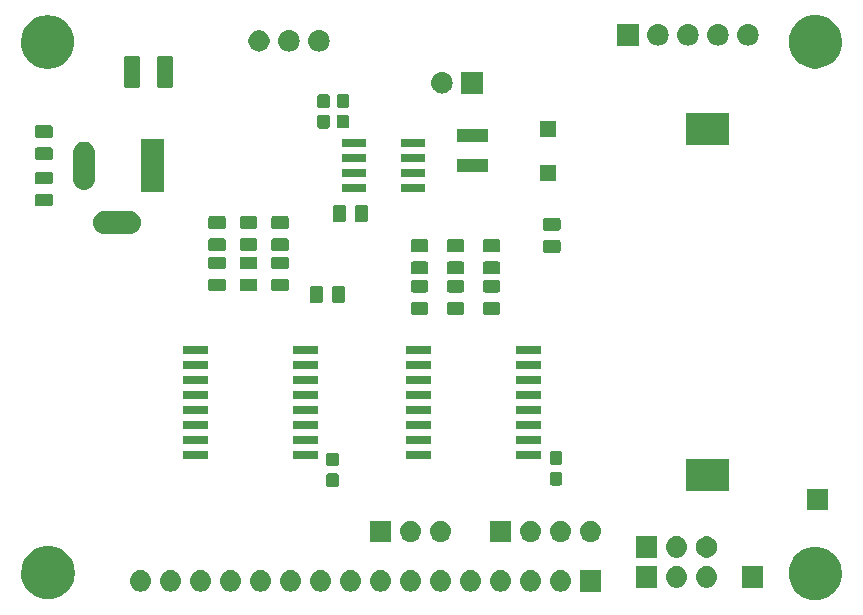
<source format=gbr>
G04 #@! TF.GenerationSoftware,KiCad,Pcbnew,(5.1.4)-1*
G04 #@! TF.CreationDate,2020-05-14T16:00:24+02:00*
G04 #@! TF.ProjectId,carte_principale,63617274-655f-4707-9269-6e636970616c,rev?*
G04 #@! TF.SameCoordinates,Original*
G04 #@! TF.FileFunction,Soldermask,Bot*
G04 #@! TF.FilePolarity,Negative*
%FSLAX46Y46*%
G04 Gerber Fmt 4.6, Leading zero omitted, Abs format (unit mm)*
G04 Created by KiCad (PCBNEW (5.1.4)-1) date 2020-05-14 16:00:24*
%MOMM*%
%LPD*%
G04 APERTURE LIST*
%ADD10C,0.100000*%
G04 APERTURE END LIST*
D10*
G36*
X167755880Y-125249776D02*
G01*
X168136593Y-125325504D01*
X168546249Y-125495189D01*
X168914929Y-125741534D01*
X169228466Y-126055071D01*
X169474811Y-126423751D01*
X169644496Y-126833407D01*
X169704414Y-127134639D01*
X169725770Y-127242000D01*
X169731000Y-127268296D01*
X169731000Y-127711704D01*
X169644496Y-128146593D01*
X169474811Y-128556249D01*
X169228466Y-128924929D01*
X168914929Y-129238466D01*
X168546249Y-129484811D01*
X168136593Y-129654496D01*
X167755880Y-129730224D01*
X167701705Y-129741000D01*
X167258295Y-129741000D01*
X167204120Y-129730224D01*
X166823407Y-129654496D01*
X166413751Y-129484811D01*
X166045071Y-129238466D01*
X165731534Y-128924929D01*
X165485189Y-128556249D01*
X165315504Y-128146593D01*
X165229000Y-127711704D01*
X165229000Y-127268296D01*
X165234231Y-127242000D01*
X165255586Y-127134639D01*
X165315504Y-126833407D01*
X165485189Y-126423751D01*
X165731534Y-126055071D01*
X166045071Y-125741534D01*
X166413751Y-125495189D01*
X166823407Y-125325504D01*
X167204120Y-125249776D01*
X167258295Y-125239000D01*
X167701705Y-125239000D01*
X167755880Y-125249776D01*
X167755880Y-125249776D01*
G37*
G36*
X102805880Y-125219776D02*
G01*
X103186593Y-125295504D01*
X103596249Y-125465189D01*
X103964929Y-125711534D01*
X104278466Y-126025071D01*
X104524811Y-126393751D01*
X104694496Y-126803407D01*
X104763143Y-127148523D01*
X104781000Y-127238295D01*
X104781000Y-127681705D01*
X104774253Y-127715622D01*
X104694496Y-128116593D01*
X104524811Y-128526249D01*
X104278466Y-128894929D01*
X103964929Y-129208466D01*
X103596249Y-129454811D01*
X103186593Y-129624496D01*
X102805880Y-129700224D01*
X102751705Y-129711000D01*
X102308295Y-129711000D01*
X102254120Y-129700224D01*
X101873407Y-129624496D01*
X101463751Y-129454811D01*
X101095071Y-129208466D01*
X100781534Y-128894929D01*
X100535189Y-128526249D01*
X100365504Y-128116593D01*
X100285747Y-127715622D01*
X100279000Y-127681705D01*
X100279000Y-127238295D01*
X100296857Y-127148523D01*
X100365504Y-126803407D01*
X100535189Y-126393751D01*
X100781534Y-126025071D01*
X101095071Y-125711534D01*
X101463751Y-125465189D01*
X101873407Y-125295504D01*
X102254120Y-125219776D01*
X102308295Y-125209000D01*
X102751705Y-125209000D01*
X102805880Y-125219776D01*
X102805880Y-125219776D01*
G37*
G36*
X138413443Y-127248519D02*
G01*
X138479627Y-127255037D01*
X138649466Y-127306557D01*
X138805991Y-127390222D01*
X138841729Y-127419552D01*
X138943186Y-127502814D01*
X139026448Y-127604271D01*
X139055778Y-127640009D01*
X139139443Y-127796534D01*
X139190963Y-127966373D01*
X139208359Y-128143000D01*
X139190963Y-128319627D01*
X139139443Y-128489466D01*
X139055778Y-128645991D01*
X139026448Y-128681729D01*
X138943186Y-128783186D01*
X138865828Y-128846671D01*
X138805991Y-128895778D01*
X138649466Y-128979443D01*
X138479627Y-129030963D01*
X138413442Y-129037482D01*
X138347260Y-129044000D01*
X138258740Y-129044000D01*
X138192558Y-129037482D01*
X138126373Y-129030963D01*
X137956534Y-128979443D01*
X137800009Y-128895778D01*
X137740172Y-128846671D01*
X137662814Y-128783186D01*
X137579552Y-128681729D01*
X137550222Y-128645991D01*
X137466557Y-128489466D01*
X137415037Y-128319627D01*
X137397641Y-128143000D01*
X137415037Y-127966373D01*
X137466557Y-127796534D01*
X137550222Y-127640009D01*
X137579552Y-127604271D01*
X137662814Y-127502814D01*
X137764271Y-127419552D01*
X137800009Y-127390222D01*
X137956534Y-127306557D01*
X138126373Y-127255037D01*
X138192557Y-127248519D01*
X138258740Y-127242000D01*
X138347260Y-127242000D01*
X138413443Y-127248519D01*
X138413443Y-127248519D01*
G37*
G36*
X149364000Y-129044000D02*
G01*
X147562000Y-129044000D01*
X147562000Y-127242000D01*
X149364000Y-127242000D01*
X149364000Y-129044000D01*
X149364000Y-129044000D01*
G37*
G36*
X110473443Y-127248519D02*
G01*
X110539627Y-127255037D01*
X110709466Y-127306557D01*
X110865991Y-127390222D01*
X110901729Y-127419552D01*
X111003186Y-127502814D01*
X111086448Y-127604271D01*
X111115778Y-127640009D01*
X111199443Y-127796534D01*
X111250963Y-127966373D01*
X111268359Y-128143000D01*
X111250963Y-128319627D01*
X111199443Y-128489466D01*
X111115778Y-128645991D01*
X111086448Y-128681729D01*
X111003186Y-128783186D01*
X110925828Y-128846671D01*
X110865991Y-128895778D01*
X110709466Y-128979443D01*
X110539627Y-129030963D01*
X110473442Y-129037482D01*
X110407260Y-129044000D01*
X110318740Y-129044000D01*
X110252558Y-129037482D01*
X110186373Y-129030963D01*
X110016534Y-128979443D01*
X109860009Y-128895778D01*
X109800172Y-128846671D01*
X109722814Y-128783186D01*
X109639552Y-128681729D01*
X109610222Y-128645991D01*
X109526557Y-128489466D01*
X109475037Y-128319627D01*
X109457641Y-128143000D01*
X109475037Y-127966373D01*
X109526557Y-127796534D01*
X109610222Y-127640009D01*
X109639552Y-127604271D01*
X109722814Y-127502814D01*
X109824271Y-127419552D01*
X109860009Y-127390222D01*
X110016534Y-127306557D01*
X110186373Y-127255037D01*
X110252557Y-127248519D01*
X110318740Y-127242000D01*
X110407260Y-127242000D01*
X110473443Y-127248519D01*
X110473443Y-127248519D01*
G37*
G36*
X113013443Y-127248519D02*
G01*
X113079627Y-127255037D01*
X113249466Y-127306557D01*
X113405991Y-127390222D01*
X113441729Y-127419552D01*
X113543186Y-127502814D01*
X113626448Y-127604271D01*
X113655778Y-127640009D01*
X113739443Y-127796534D01*
X113790963Y-127966373D01*
X113808359Y-128143000D01*
X113790963Y-128319627D01*
X113739443Y-128489466D01*
X113655778Y-128645991D01*
X113626448Y-128681729D01*
X113543186Y-128783186D01*
X113465828Y-128846671D01*
X113405991Y-128895778D01*
X113249466Y-128979443D01*
X113079627Y-129030963D01*
X113013442Y-129037482D01*
X112947260Y-129044000D01*
X112858740Y-129044000D01*
X112792558Y-129037482D01*
X112726373Y-129030963D01*
X112556534Y-128979443D01*
X112400009Y-128895778D01*
X112340172Y-128846671D01*
X112262814Y-128783186D01*
X112179552Y-128681729D01*
X112150222Y-128645991D01*
X112066557Y-128489466D01*
X112015037Y-128319627D01*
X111997641Y-128143000D01*
X112015037Y-127966373D01*
X112066557Y-127796534D01*
X112150222Y-127640009D01*
X112179552Y-127604271D01*
X112262814Y-127502814D01*
X112364271Y-127419552D01*
X112400009Y-127390222D01*
X112556534Y-127306557D01*
X112726373Y-127255037D01*
X112792557Y-127248519D01*
X112858740Y-127242000D01*
X112947260Y-127242000D01*
X113013443Y-127248519D01*
X113013443Y-127248519D01*
G37*
G36*
X115553443Y-127248519D02*
G01*
X115619627Y-127255037D01*
X115789466Y-127306557D01*
X115945991Y-127390222D01*
X115981729Y-127419552D01*
X116083186Y-127502814D01*
X116166448Y-127604271D01*
X116195778Y-127640009D01*
X116279443Y-127796534D01*
X116330963Y-127966373D01*
X116348359Y-128143000D01*
X116330963Y-128319627D01*
X116279443Y-128489466D01*
X116195778Y-128645991D01*
X116166448Y-128681729D01*
X116083186Y-128783186D01*
X116005828Y-128846671D01*
X115945991Y-128895778D01*
X115789466Y-128979443D01*
X115619627Y-129030963D01*
X115553442Y-129037482D01*
X115487260Y-129044000D01*
X115398740Y-129044000D01*
X115332558Y-129037482D01*
X115266373Y-129030963D01*
X115096534Y-128979443D01*
X114940009Y-128895778D01*
X114880172Y-128846671D01*
X114802814Y-128783186D01*
X114719552Y-128681729D01*
X114690222Y-128645991D01*
X114606557Y-128489466D01*
X114555037Y-128319627D01*
X114537641Y-128143000D01*
X114555037Y-127966373D01*
X114606557Y-127796534D01*
X114690222Y-127640009D01*
X114719552Y-127604271D01*
X114802814Y-127502814D01*
X114904271Y-127419552D01*
X114940009Y-127390222D01*
X115096534Y-127306557D01*
X115266373Y-127255037D01*
X115332557Y-127248519D01*
X115398740Y-127242000D01*
X115487260Y-127242000D01*
X115553443Y-127248519D01*
X115553443Y-127248519D01*
G37*
G36*
X118093443Y-127248519D02*
G01*
X118159627Y-127255037D01*
X118329466Y-127306557D01*
X118485991Y-127390222D01*
X118521729Y-127419552D01*
X118623186Y-127502814D01*
X118706448Y-127604271D01*
X118735778Y-127640009D01*
X118819443Y-127796534D01*
X118870963Y-127966373D01*
X118888359Y-128143000D01*
X118870963Y-128319627D01*
X118819443Y-128489466D01*
X118735778Y-128645991D01*
X118706448Y-128681729D01*
X118623186Y-128783186D01*
X118545828Y-128846671D01*
X118485991Y-128895778D01*
X118329466Y-128979443D01*
X118159627Y-129030963D01*
X118093442Y-129037482D01*
X118027260Y-129044000D01*
X117938740Y-129044000D01*
X117872558Y-129037482D01*
X117806373Y-129030963D01*
X117636534Y-128979443D01*
X117480009Y-128895778D01*
X117420172Y-128846671D01*
X117342814Y-128783186D01*
X117259552Y-128681729D01*
X117230222Y-128645991D01*
X117146557Y-128489466D01*
X117095037Y-128319627D01*
X117077641Y-128143000D01*
X117095037Y-127966373D01*
X117146557Y-127796534D01*
X117230222Y-127640009D01*
X117259552Y-127604271D01*
X117342814Y-127502814D01*
X117444271Y-127419552D01*
X117480009Y-127390222D01*
X117636534Y-127306557D01*
X117806373Y-127255037D01*
X117872557Y-127248519D01*
X117938740Y-127242000D01*
X118027260Y-127242000D01*
X118093443Y-127248519D01*
X118093443Y-127248519D01*
G37*
G36*
X120633443Y-127248519D02*
G01*
X120699627Y-127255037D01*
X120869466Y-127306557D01*
X121025991Y-127390222D01*
X121061729Y-127419552D01*
X121163186Y-127502814D01*
X121246448Y-127604271D01*
X121275778Y-127640009D01*
X121359443Y-127796534D01*
X121410963Y-127966373D01*
X121428359Y-128143000D01*
X121410963Y-128319627D01*
X121359443Y-128489466D01*
X121275778Y-128645991D01*
X121246448Y-128681729D01*
X121163186Y-128783186D01*
X121085828Y-128846671D01*
X121025991Y-128895778D01*
X120869466Y-128979443D01*
X120699627Y-129030963D01*
X120633442Y-129037482D01*
X120567260Y-129044000D01*
X120478740Y-129044000D01*
X120412558Y-129037482D01*
X120346373Y-129030963D01*
X120176534Y-128979443D01*
X120020009Y-128895778D01*
X119960172Y-128846671D01*
X119882814Y-128783186D01*
X119799552Y-128681729D01*
X119770222Y-128645991D01*
X119686557Y-128489466D01*
X119635037Y-128319627D01*
X119617641Y-128143000D01*
X119635037Y-127966373D01*
X119686557Y-127796534D01*
X119770222Y-127640009D01*
X119799552Y-127604271D01*
X119882814Y-127502814D01*
X119984271Y-127419552D01*
X120020009Y-127390222D01*
X120176534Y-127306557D01*
X120346373Y-127255037D01*
X120412557Y-127248519D01*
X120478740Y-127242000D01*
X120567260Y-127242000D01*
X120633443Y-127248519D01*
X120633443Y-127248519D01*
G37*
G36*
X123173443Y-127248519D02*
G01*
X123239627Y-127255037D01*
X123409466Y-127306557D01*
X123565991Y-127390222D01*
X123601729Y-127419552D01*
X123703186Y-127502814D01*
X123786448Y-127604271D01*
X123815778Y-127640009D01*
X123899443Y-127796534D01*
X123950963Y-127966373D01*
X123968359Y-128143000D01*
X123950963Y-128319627D01*
X123899443Y-128489466D01*
X123815778Y-128645991D01*
X123786448Y-128681729D01*
X123703186Y-128783186D01*
X123625828Y-128846671D01*
X123565991Y-128895778D01*
X123409466Y-128979443D01*
X123239627Y-129030963D01*
X123173442Y-129037482D01*
X123107260Y-129044000D01*
X123018740Y-129044000D01*
X122952558Y-129037482D01*
X122886373Y-129030963D01*
X122716534Y-128979443D01*
X122560009Y-128895778D01*
X122500172Y-128846671D01*
X122422814Y-128783186D01*
X122339552Y-128681729D01*
X122310222Y-128645991D01*
X122226557Y-128489466D01*
X122175037Y-128319627D01*
X122157641Y-128143000D01*
X122175037Y-127966373D01*
X122226557Y-127796534D01*
X122310222Y-127640009D01*
X122339552Y-127604271D01*
X122422814Y-127502814D01*
X122524271Y-127419552D01*
X122560009Y-127390222D01*
X122716534Y-127306557D01*
X122886373Y-127255037D01*
X122952557Y-127248519D01*
X123018740Y-127242000D01*
X123107260Y-127242000D01*
X123173443Y-127248519D01*
X123173443Y-127248519D01*
G37*
G36*
X125713443Y-127248519D02*
G01*
X125779627Y-127255037D01*
X125949466Y-127306557D01*
X126105991Y-127390222D01*
X126141729Y-127419552D01*
X126243186Y-127502814D01*
X126326448Y-127604271D01*
X126355778Y-127640009D01*
X126439443Y-127796534D01*
X126490963Y-127966373D01*
X126508359Y-128143000D01*
X126490963Y-128319627D01*
X126439443Y-128489466D01*
X126355778Y-128645991D01*
X126326448Y-128681729D01*
X126243186Y-128783186D01*
X126165828Y-128846671D01*
X126105991Y-128895778D01*
X125949466Y-128979443D01*
X125779627Y-129030963D01*
X125713442Y-129037482D01*
X125647260Y-129044000D01*
X125558740Y-129044000D01*
X125492558Y-129037482D01*
X125426373Y-129030963D01*
X125256534Y-128979443D01*
X125100009Y-128895778D01*
X125040172Y-128846671D01*
X124962814Y-128783186D01*
X124879552Y-128681729D01*
X124850222Y-128645991D01*
X124766557Y-128489466D01*
X124715037Y-128319627D01*
X124697641Y-128143000D01*
X124715037Y-127966373D01*
X124766557Y-127796534D01*
X124850222Y-127640009D01*
X124879552Y-127604271D01*
X124962814Y-127502814D01*
X125064271Y-127419552D01*
X125100009Y-127390222D01*
X125256534Y-127306557D01*
X125426373Y-127255037D01*
X125492557Y-127248519D01*
X125558740Y-127242000D01*
X125647260Y-127242000D01*
X125713443Y-127248519D01*
X125713443Y-127248519D01*
G37*
G36*
X128253443Y-127248519D02*
G01*
X128319627Y-127255037D01*
X128489466Y-127306557D01*
X128645991Y-127390222D01*
X128681729Y-127419552D01*
X128783186Y-127502814D01*
X128866448Y-127604271D01*
X128895778Y-127640009D01*
X128979443Y-127796534D01*
X129030963Y-127966373D01*
X129048359Y-128143000D01*
X129030963Y-128319627D01*
X128979443Y-128489466D01*
X128895778Y-128645991D01*
X128866448Y-128681729D01*
X128783186Y-128783186D01*
X128705828Y-128846671D01*
X128645991Y-128895778D01*
X128489466Y-128979443D01*
X128319627Y-129030963D01*
X128253442Y-129037482D01*
X128187260Y-129044000D01*
X128098740Y-129044000D01*
X128032558Y-129037482D01*
X127966373Y-129030963D01*
X127796534Y-128979443D01*
X127640009Y-128895778D01*
X127580172Y-128846671D01*
X127502814Y-128783186D01*
X127419552Y-128681729D01*
X127390222Y-128645991D01*
X127306557Y-128489466D01*
X127255037Y-128319627D01*
X127237641Y-128143000D01*
X127255037Y-127966373D01*
X127306557Y-127796534D01*
X127390222Y-127640009D01*
X127419552Y-127604271D01*
X127502814Y-127502814D01*
X127604271Y-127419552D01*
X127640009Y-127390222D01*
X127796534Y-127306557D01*
X127966373Y-127255037D01*
X128032557Y-127248519D01*
X128098740Y-127242000D01*
X128187260Y-127242000D01*
X128253443Y-127248519D01*
X128253443Y-127248519D01*
G37*
G36*
X130793443Y-127248519D02*
G01*
X130859627Y-127255037D01*
X131029466Y-127306557D01*
X131185991Y-127390222D01*
X131221729Y-127419552D01*
X131323186Y-127502814D01*
X131406448Y-127604271D01*
X131435778Y-127640009D01*
X131519443Y-127796534D01*
X131570963Y-127966373D01*
X131588359Y-128143000D01*
X131570963Y-128319627D01*
X131519443Y-128489466D01*
X131435778Y-128645991D01*
X131406448Y-128681729D01*
X131323186Y-128783186D01*
X131245828Y-128846671D01*
X131185991Y-128895778D01*
X131029466Y-128979443D01*
X130859627Y-129030963D01*
X130793442Y-129037482D01*
X130727260Y-129044000D01*
X130638740Y-129044000D01*
X130572558Y-129037482D01*
X130506373Y-129030963D01*
X130336534Y-128979443D01*
X130180009Y-128895778D01*
X130120172Y-128846671D01*
X130042814Y-128783186D01*
X129959552Y-128681729D01*
X129930222Y-128645991D01*
X129846557Y-128489466D01*
X129795037Y-128319627D01*
X129777641Y-128143000D01*
X129795037Y-127966373D01*
X129846557Y-127796534D01*
X129930222Y-127640009D01*
X129959552Y-127604271D01*
X130042814Y-127502814D01*
X130144271Y-127419552D01*
X130180009Y-127390222D01*
X130336534Y-127306557D01*
X130506373Y-127255037D01*
X130572557Y-127248519D01*
X130638740Y-127242000D01*
X130727260Y-127242000D01*
X130793443Y-127248519D01*
X130793443Y-127248519D01*
G37*
G36*
X133333443Y-127248519D02*
G01*
X133399627Y-127255037D01*
X133569466Y-127306557D01*
X133725991Y-127390222D01*
X133761729Y-127419552D01*
X133863186Y-127502814D01*
X133946448Y-127604271D01*
X133975778Y-127640009D01*
X134059443Y-127796534D01*
X134110963Y-127966373D01*
X134128359Y-128143000D01*
X134110963Y-128319627D01*
X134059443Y-128489466D01*
X133975778Y-128645991D01*
X133946448Y-128681729D01*
X133863186Y-128783186D01*
X133785828Y-128846671D01*
X133725991Y-128895778D01*
X133569466Y-128979443D01*
X133399627Y-129030963D01*
X133333442Y-129037482D01*
X133267260Y-129044000D01*
X133178740Y-129044000D01*
X133112558Y-129037482D01*
X133046373Y-129030963D01*
X132876534Y-128979443D01*
X132720009Y-128895778D01*
X132660172Y-128846671D01*
X132582814Y-128783186D01*
X132499552Y-128681729D01*
X132470222Y-128645991D01*
X132386557Y-128489466D01*
X132335037Y-128319627D01*
X132317641Y-128143000D01*
X132335037Y-127966373D01*
X132386557Y-127796534D01*
X132470222Y-127640009D01*
X132499552Y-127604271D01*
X132582814Y-127502814D01*
X132684271Y-127419552D01*
X132720009Y-127390222D01*
X132876534Y-127306557D01*
X133046373Y-127255037D01*
X133112557Y-127248519D01*
X133178740Y-127242000D01*
X133267260Y-127242000D01*
X133333443Y-127248519D01*
X133333443Y-127248519D01*
G37*
G36*
X135873443Y-127248519D02*
G01*
X135939627Y-127255037D01*
X136109466Y-127306557D01*
X136265991Y-127390222D01*
X136301729Y-127419552D01*
X136403186Y-127502814D01*
X136486448Y-127604271D01*
X136515778Y-127640009D01*
X136599443Y-127796534D01*
X136650963Y-127966373D01*
X136668359Y-128143000D01*
X136650963Y-128319627D01*
X136599443Y-128489466D01*
X136515778Y-128645991D01*
X136486448Y-128681729D01*
X136403186Y-128783186D01*
X136325828Y-128846671D01*
X136265991Y-128895778D01*
X136109466Y-128979443D01*
X135939627Y-129030963D01*
X135873442Y-129037482D01*
X135807260Y-129044000D01*
X135718740Y-129044000D01*
X135652558Y-129037482D01*
X135586373Y-129030963D01*
X135416534Y-128979443D01*
X135260009Y-128895778D01*
X135200172Y-128846671D01*
X135122814Y-128783186D01*
X135039552Y-128681729D01*
X135010222Y-128645991D01*
X134926557Y-128489466D01*
X134875037Y-128319627D01*
X134857641Y-128143000D01*
X134875037Y-127966373D01*
X134926557Y-127796534D01*
X135010222Y-127640009D01*
X135039552Y-127604271D01*
X135122814Y-127502814D01*
X135224271Y-127419552D01*
X135260009Y-127390222D01*
X135416534Y-127306557D01*
X135586373Y-127255037D01*
X135652557Y-127248519D01*
X135718740Y-127242000D01*
X135807260Y-127242000D01*
X135873443Y-127248519D01*
X135873443Y-127248519D01*
G37*
G36*
X140953443Y-127248519D02*
G01*
X141019627Y-127255037D01*
X141189466Y-127306557D01*
X141345991Y-127390222D01*
X141381729Y-127419552D01*
X141483186Y-127502814D01*
X141566448Y-127604271D01*
X141595778Y-127640009D01*
X141679443Y-127796534D01*
X141730963Y-127966373D01*
X141748359Y-128143000D01*
X141730963Y-128319627D01*
X141679443Y-128489466D01*
X141595778Y-128645991D01*
X141566448Y-128681729D01*
X141483186Y-128783186D01*
X141405828Y-128846671D01*
X141345991Y-128895778D01*
X141189466Y-128979443D01*
X141019627Y-129030963D01*
X140953442Y-129037482D01*
X140887260Y-129044000D01*
X140798740Y-129044000D01*
X140732558Y-129037482D01*
X140666373Y-129030963D01*
X140496534Y-128979443D01*
X140340009Y-128895778D01*
X140280172Y-128846671D01*
X140202814Y-128783186D01*
X140119552Y-128681729D01*
X140090222Y-128645991D01*
X140006557Y-128489466D01*
X139955037Y-128319627D01*
X139937641Y-128143000D01*
X139955037Y-127966373D01*
X140006557Y-127796534D01*
X140090222Y-127640009D01*
X140119552Y-127604271D01*
X140202814Y-127502814D01*
X140304271Y-127419552D01*
X140340009Y-127390222D01*
X140496534Y-127306557D01*
X140666373Y-127255037D01*
X140732557Y-127248519D01*
X140798740Y-127242000D01*
X140887260Y-127242000D01*
X140953443Y-127248519D01*
X140953443Y-127248519D01*
G37*
G36*
X143493443Y-127248519D02*
G01*
X143559627Y-127255037D01*
X143729466Y-127306557D01*
X143885991Y-127390222D01*
X143921729Y-127419552D01*
X144023186Y-127502814D01*
X144106448Y-127604271D01*
X144135778Y-127640009D01*
X144219443Y-127796534D01*
X144270963Y-127966373D01*
X144288359Y-128143000D01*
X144270963Y-128319627D01*
X144219443Y-128489466D01*
X144135778Y-128645991D01*
X144106448Y-128681729D01*
X144023186Y-128783186D01*
X143945828Y-128846671D01*
X143885991Y-128895778D01*
X143729466Y-128979443D01*
X143559627Y-129030963D01*
X143493442Y-129037482D01*
X143427260Y-129044000D01*
X143338740Y-129044000D01*
X143272558Y-129037482D01*
X143206373Y-129030963D01*
X143036534Y-128979443D01*
X142880009Y-128895778D01*
X142820172Y-128846671D01*
X142742814Y-128783186D01*
X142659552Y-128681729D01*
X142630222Y-128645991D01*
X142546557Y-128489466D01*
X142495037Y-128319627D01*
X142477641Y-128143000D01*
X142495037Y-127966373D01*
X142546557Y-127796534D01*
X142630222Y-127640009D01*
X142659552Y-127604271D01*
X142742814Y-127502814D01*
X142844271Y-127419552D01*
X142880009Y-127390222D01*
X143036534Y-127306557D01*
X143206373Y-127255037D01*
X143272557Y-127248519D01*
X143338740Y-127242000D01*
X143427260Y-127242000D01*
X143493443Y-127248519D01*
X143493443Y-127248519D01*
G37*
G36*
X146033443Y-127248519D02*
G01*
X146099627Y-127255037D01*
X146269466Y-127306557D01*
X146425991Y-127390222D01*
X146461729Y-127419552D01*
X146563186Y-127502814D01*
X146646448Y-127604271D01*
X146675778Y-127640009D01*
X146759443Y-127796534D01*
X146810963Y-127966373D01*
X146828359Y-128143000D01*
X146810963Y-128319627D01*
X146759443Y-128489466D01*
X146675778Y-128645991D01*
X146646448Y-128681729D01*
X146563186Y-128783186D01*
X146485828Y-128846671D01*
X146425991Y-128895778D01*
X146269466Y-128979443D01*
X146099627Y-129030963D01*
X146033442Y-129037482D01*
X145967260Y-129044000D01*
X145878740Y-129044000D01*
X145812558Y-129037482D01*
X145746373Y-129030963D01*
X145576534Y-128979443D01*
X145420009Y-128895778D01*
X145360172Y-128846671D01*
X145282814Y-128783186D01*
X145199552Y-128681729D01*
X145170222Y-128645991D01*
X145086557Y-128489466D01*
X145035037Y-128319627D01*
X145017641Y-128143000D01*
X145035037Y-127966373D01*
X145086557Y-127796534D01*
X145170222Y-127640009D01*
X145199552Y-127604271D01*
X145282814Y-127502814D01*
X145384271Y-127419552D01*
X145420009Y-127390222D01*
X145576534Y-127306557D01*
X145746373Y-127255037D01*
X145812557Y-127248519D01*
X145878740Y-127242000D01*
X145967260Y-127242000D01*
X146033443Y-127248519D01*
X146033443Y-127248519D01*
G37*
G36*
X155863243Y-126918319D02*
G01*
X155929427Y-126924837D01*
X156099266Y-126976357D01*
X156255791Y-127060022D01*
X156291101Y-127089000D01*
X156392986Y-127172614D01*
X156471508Y-127268295D01*
X156505578Y-127309809D01*
X156589243Y-127466334D01*
X156640763Y-127636173D01*
X156658159Y-127812800D01*
X156640763Y-127989427D01*
X156589243Y-128159266D01*
X156505578Y-128315791D01*
X156481402Y-128345249D01*
X156392986Y-128452986D01*
X156303717Y-128526246D01*
X156255791Y-128565578D01*
X156099266Y-128649243D01*
X155929427Y-128700763D01*
X155863243Y-128707281D01*
X155797060Y-128713800D01*
X155708540Y-128713800D01*
X155642357Y-128707281D01*
X155576173Y-128700763D01*
X155406334Y-128649243D01*
X155249809Y-128565578D01*
X155201883Y-128526246D01*
X155112614Y-128452986D01*
X155024198Y-128345249D01*
X155000022Y-128315791D01*
X154916357Y-128159266D01*
X154864837Y-127989427D01*
X154847441Y-127812800D01*
X154864837Y-127636173D01*
X154916357Y-127466334D01*
X155000022Y-127309809D01*
X155034092Y-127268295D01*
X155112614Y-127172614D01*
X155214499Y-127089000D01*
X155249809Y-127060022D01*
X155406334Y-126976357D01*
X155576173Y-126924837D01*
X155642357Y-126918319D01*
X155708540Y-126911800D01*
X155797060Y-126911800D01*
X155863243Y-126918319D01*
X155863243Y-126918319D01*
G37*
G36*
X154113800Y-128713800D02*
G01*
X152311800Y-128713800D01*
X152311800Y-126911800D01*
X154113800Y-126911800D01*
X154113800Y-128713800D01*
X154113800Y-128713800D01*
G37*
G36*
X158403243Y-126918319D02*
G01*
X158469427Y-126924837D01*
X158639266Y-126976357D01*
X158795791Y-127060022D01*
X158831101Y-127089000D01*
X158932986Y-127172614D01*
X159011508Y-127268295D01*
X159045578Y-127309809D01*
X159129243Y-127466334D01*
X159180763Y-127636173D01*
X159198159Y-127812800D01*
X159180763Y-127989427D01*
X159129243Y-128159266D01*
X159045578Y-128315791D01*
X159021402Y-128345249D01*
X158932986Y-128452986D01*
X158843717Y-128526246D01*
X158795791Y-128565578D01*
X158639266Y-128649243D01*
X158469427Y-128700763D01*
X158403243Y-128707281D01*
X158337060Y-128713800D01*
X158248540Y-128713800D01*
X158182357Y-128707281D01*
X158116173Y-128700763D01*
X157946334Y-128649243D01*
X157789809Y-128565578D01*
X157741883Y-128526246D01*
X157652614Y-128452986D01*
X157564198Y-128345249D01*
X157540022Y-128315791D01*
X157456357Y-128159266D01*
X157404837Y-127989427D01*
X157387441Y-127812800D01*
X157404837Y-127636173D01*
X157456357Y-127466334D01*
X157540022Y-127309809D01*
X157574092Y-127268295D01*
X157652614Y-127172614D01*
X157754499Y-127089000D01*
X157789809Y-127060022D01*
X157946334Y-126976357D01*
X158116173Y-126924837D01*
X158182357Y-126918319D01*
X158248540Y-126911800D01*
X158337060Y-126911800D01*
X158403243Y-126918319D01*
X158403243Y-126918319D01*
G37*
G36*
X163054600Y-128713800D02*
G01*
X161252600Y-128713800D01*
X161252600Y-126911800D01*
X163054600Y-126911800D01*
X163054600Y-128713800D01*
X163054600Y-128713800D01*
G37*
G36*
X155863242Y-124378318D02*
G01*
X155929427Y-124384837D01*
X156099266Y-124436357D01*
X156099268Y-124436358D01*
X156170334Y-124474344D01*
X156255791Y-124520022D01*
X156291529Y-124549352D01*
X156392986Y-124632614D01*
X156452209Y-124704779D01*
X156505578Y-124769809D01*
X156589243Y-124926334D01*
X156640763Y-125096173D01*
X156658159Y-125272800D01*
X156640763Y-125449427D01*
X156589243Y-125619266D01*
X156505578Y-125775791D01*
X156476248Y-125811529D01*
X156392986Y-125912986D01*
X156320280Y-125972653D01*
X156255791Y-126025578D01*
X156099266Y-126109243D01*
X155929427Y-126160763D01*
X155863242Y-126167282D01*
X155797060Y-126173800D01*
X155708540Y-126173800D01*
X155642358Y-126167282D01*
X155576173Y-126160763D01*
X155406334Y-126109243D01*
X155249809Y-126025578D01*
X155185320Y-125972653D01*
X155112614Y-125912986D01*
X155029352Y-125811529D01*
X155000022Y-125775791D01*
X154916357Y-125619266D01*
X154864837Y-125449427D01*
X154847441Y-125272800D01*
X154864837Y-125096173D01*
X154916357Y-124926334D01*
X155000022Y-124769809D01*
X155053391Y-124704779D01*
X155112614Y-124632614D01*
X155214071Y-124549352D01*
X155249809Y-124520022D01*
X155335266Y-124474344D01*
X155406332Y-124436358D01*
X155406334Y-124436357D01*
X155576173Y-124384837D01*
X155642358Y-124378318D01*
X155708540Y-124371800D01*
X155797060Y-124371800D01*
X155863242Y-124378318D01*
X155863242Y-124378318D01*
G37*
G36*
X158406312Y-124376727D02*
G01*
X158555612Y-124406424D01*
X158719584Y-124474344D01*
X158867154Y-124572947D01*
X158992653Y-124698446D01*
X159091256Y-124846016D01*
X159159176Y-125009988D01*
X159193800Y-125184059D01*
X159193800Y-125361541D01*
X159159176Y-125535612D01*
X159091256Y-125699584D01*
X158992653Y-125847154D01*
X158867154Y-125972653D01*
X158719584Y-126071256D01*
X158555612Y-126139176D01*
X158406312Y-126168873D01*
X158381542Y-126173800D01*
X158204058Y-126173800D01*
X158179288Y-126168873D01*
X158029988Y-126139176D01*
X157866016Y-126071256D01*
X157718446Y-125972653D01*
X157592947Y-125847154D01*
X157494344Y-125699584D01*
X157426424Y-125535612D01*
X157391800Y-125361541D01*
X157391800Y-125184059D01*
X157426424Y-125009988D01*
X157494344Y-124846016D01*
X157592947Y-124698446D01*
X157718446Y-124572947D01*
X157866016Y-124474344D01*
X158029988Y-124406424D01*
X158179288Y-124376727D01*
X158204058Y-124371800D01*
X158381542Y-124371800D01*
X158406312Y-124376727D01*
X158406312Y-124376727D01*
G37*
G36*
X154113800Y-126173800D02*
G01*
X152311800Y-126173800D01*
X152311800Y-124371800D01*
X154113800Y-124371800D01*
X154113800Y-126173800D01*
X154113800Y-126173800D01*
G37*
G36*
X131584000Y-124853000D02*
G01*
X129782000Y-124853000D01*
X129782000Y-123051000D01*
X131584000Y-123051000D01*
X131584000Y-124853000D01*
X131584000Y-124853000D01*
G37*
G36*
X133333442Y-123057518D02*
G01*
X133399627Y-123064037D01*
X133569466Y-123115557D01*
X133725991Y-123199222D01*
X133761729Y-123228552D01*
X133863186Y-123311814D01*
X133946448Y-123413271D01*
X133975778Y-123449009D01*
X134059443Y-123605534D01*
X134110963Y-123775373D01*
X134128359Y-123952000D01*
X134110963Y-124128627D01*
X134059443Y-124298466D01*
X133975778Y-124454991D01*
X133959895Y-124474344D01*
X133863186Y-124592186D01*
X133761729Y-124675448D01*
X133725991Y-124704778D01*
X133725989Y-124704779D01*
X133604328Y-124769809D01*
X133569466Y-124788443D01*
X133399627Y-124839963D01*
X133333442Y-124846482D01*
X133267260Y-124853000D01*
X133178740Y-124853000D01*
X133112558Y-124846482D01*
X133046373Y-124839963D01*
X132876534Y-124788443D01*
X132841673Y-124769809D01*
X132720011Y-124704779D01*
X132720009Y-124704778D01*
X132684271Y-124675448D01*
X132582814Y-124592186D01*
X132486105Y-124474344D01*
X132470222Y-124454991D01*
X132386557Y-124298466D01*
X132335037Y-124128627D01*
X132317641Y-123952000D01*
X132335037Y-123775373D01*
X132386557Y-123605534D01*
X132470222Y-123449009D01*
X132499552Y-123413271D01*
X132582814Y-123311814D01*
X132684271Y-123228552D01*
X132720009Y-123199222D01*
X132876534Y-123115557D01*
X133046373Y-123064037D01*
X133112558Y-123057518D01*
X133178740Y-123051000D01*
X133267260Y-123051000D01*
X133333442Y-123057518D01*
X133333442Y-123057518D01*
G37*
G36*
X135873442Y-123057518D02*
G01*
X135939627Y-123064037D01*
X136109466Y-123115557D01*
X136265991Y-123199222D01*
X136301729Y-123228552D01*
X136403186Y-123311814D01*
X136486448Y-123413271D01*
X136515778Y-123449009D01*
X136599443Y-123605534D01*
X136650963Y-123775373D01*
X136668359Y-123952000D01*
X136650963Y-124128627D01*
X136599443Y-124298466D01*
X136515778Y-124454991D01*
X136499895Y-124474344D01*
X136403186Y-124592186D01*
X136301729Y-124675448D01*
X136265991Y-124704778D01*
X136265989Y-124704779D01*
X136144328Y-124769809D01*
X136109466Y-124788443D01*
X135939627Y-124839963D01*
X135873442Y-124846482D01*
X135807260Y-124853000D01*
X135718740Y-124853000D01*
X135652558Y-124846482D01*
X135586373Y-124839963D01*
X135416534Y-124788443D01*
X135381673Y-124769809D01*
X135260011Y-124704779D01*
X135260009Y-124704778D01*
X135224271Y-124675448D01*
X135122814Y-124592186D01*
X135026105Y-124474344D01*
X135010222Y-124454991D01*
X134926557Y-124298466D01*
X134875037Y-124128627D01*
X134857641Y-123952000D01*
X134875037Y-123775373D01*
X134926557Y-123605534D01*
X135010222Y-123449009D01*
X135039552Y-123413271D01*
X135122814Y-123311814D01*
X135224271Y-123228552D01*
X135260009Y-123199222D01*
X135416534Y-123115557D01*
X135586373Y-123064037D01*
X135652558Y-123057518D01*
X135718740Y-123051000D01*
X135807260Y-123051000D01*
X135873442Y-123057518D01*
X135873442Y-123057518D01*
G37*
G36*
X141744000Y-124853000D02*
G01*
X139942000Y-124853000D01*
X139942000Y-123051000D01*
X141744000Y-123051000D01*
X141744000Y-124853000D01*
X141744000Y-124853000D01*
G37*
G36*
X143493442Y-123057518D02*
G01*
X143559627Y-123064037D01*
X143729466Y-123115557D01*
X143885991Y-123199222D01*
X143921729Y-123228552D01*
X144023186Y-123311814D01*
X144106448Y-123413271D01*
X144135778Y-123449009D01*
X144219443Y-123605534D01*
X144270963Y-123775373D01*
X144288359Y-123952000D01*
X144270963Y-124128627D01*
X144219443Y-124298466D01*
X144135778Y-124454991D01*
X144119895Y-124474344D01*
X144023186Y-124592186D01*
X143921729Y-124675448D01*
X143885991Y-124704778D01*
X143885989Y-124704779D01*
X143764328Y-124769809D01*
X143729466Y-124788443D01*
X143559627Y-124839963D01*
X143493442Y-124846482D01*
X143427260Y-124853000D01*
X143338740Y-124853000D01*
X143272558Y-124846482D01*
X143206373Y-124839963D01*
X143036534Y-124788443D01*
X143001673Y-124769809D01*
X142880011Y-124704779D01*
X142880009Y-124704778D01*
X142844271Y-124675448D01*
X142742814Y-124592186D01*
X142646105Y-124474344D01*
X142630222Y-124454991D01*
X142546557Y-124298466D01*
X142495037Y-124128627D01*
X142477641Y-123952000D01*
X142495037Y-123775373D01*
X142546557Y-123605534D01*
X142630222Y-123449009D01*
X142659552Y-123413271D01*
X142742814Y-123311814D01*
X142844271Y-123228552D01*
X142880009Y-123199222D01*
X143036534Y-123115557D01*
X143206373Y-123064037D01*
X143272558Y-123057518D01*
X143338740Y-123051000D01*
X143427260Y-123051000D01*
X143493442Y-123057518D01*
X143493442Y-123057518D01*
G37*
G36*
X146033442Y-123057518D02*
G01*
X146099627Y-123064037D01*
X146269466Y-123115557D01*
X146425991Y-123199222D01*
X146461729Y-123228552D01*
X146563186Y-123311814D01*
X146646448Y-123413271D01*
X146675778Y-123449009D01*
X146759443Y-123605534D01*
X146810963Y-123775373D01*
X146828359Y-123952000D01*
X146810963Y-124128627D01*
X146759443Y-124298466D01*
X146675778Y-124454991D01*
X146659895Y-124474344D01*
X146563186Y-124592186D01*
X146461729Y-124675448D01*
X146425991Y-124704778D01*
X146425989Y-124704779D01*
X146304328Y-124769809D01*
X146269466Y-124788443D01*
X146099627Y-124839963D01*
X146033442Y-124846482D01*
X145967260Y-124853000D01*
X145878740Y-124853000D01*
X145812558Y-124846482D01*
X145746373Y-124839963D01*
X145576534Y-124788443D01*
X145541673Y-124769809D01*
X145420011Y-124704779D01*
X145420009Y-124704778D01*
X145384271Y-124675448D01*
X145282814Y-124592186D01*
X145186105Y-124474344D01*
X145170222Y-124454991D01*
X145086557Y-124298466D01*
X145035037Y-124128627D01*
X145017641Y-123952000D01*
X145035037Y-123775373D01*
X145086557Y-123605534D01*
X145170222Y-123449009D01*
X145199552Y-123413271D01*
X145282814Y-123311814D01*
X145384271Y-123228552D01*
X145420009Y-123199222D01*
X145576534Y-123115557D01*
X145746373Y-123064037D01*
X145812558Y-123057518D01*
X145878740Y-123051000D01*
X145967260Y-123051000D01*
X146033442Y-123057518D01*
X146033442Y-123057518D01*
G37*
G36*
X148573442Y-123057518D02*
G01*
X148639627Y-123064037D01*
X148809466Y-123115557D01*
X148965991Y-123199222D01*
X149001729Y-123228552D01*
X149103186Y-123311814D01*
X149186448Y-123413271D01*
X149215778Y-123449009D01*
X149299443Y-123605534D01*
X149350963Y-123775373D01*
X149368359Y-123952000D01*
X149350963Y-124128627D01*
X149299443Y-124298466D01*
X149215778Y-124454991D01*
X149199895Y-124474344D01*
X149103186Y-124592186D01*
X149001729Y-124675448D01*
X148965991Y-124704778D01*
X148965989Y-124704779D01*
X148844328Y-124769809D01*
X148809466Y-124788443D01*
X148639627Y-124839963D01*
X148573442Y-124846482D01*
X148507260Y-124853000D01*
X148418740Y-124853000D01*
X148352558Y-124846482D01*
X148286373Y-124839963D01*
X148116534Y-124788443D01*
X148081673Y-124769809D01*
X147960011Y-124704779D01*
X147960009Y-124704778D01*
X147924271Y-124675448D01*
X147822814Y-124592186D01*
X147726105Y-124474344D01*
X147710222Y-124454991D01*
X147626557Y-124298466D01*
X147575037Y-124128627D01*
X147557641Y-123952000D01*
X147575037Y-123775373D01*
X147626557Y-123605534D01*
X147710222Y-123449009D01*
X147739552Y-123413271D01*
X147822814Y-123311814D01*
X147924271Y-123228552D01*
X147960009Y-123199222D01*
X148116534Y-123115557D01*
X148286373Y-123064037D01*
X148352558Y-123057518D01*
X148418740Y-123051000D01*
X148507260Y-123051000D01*
X148573442Y-123057518D01*
X148573442Y-123057518D01*
G37*
G36*
X168591800Y-122160600D02*
G01*
X166789800Y-122160600D01*
X166789800Y-120358600D01*
X168591800Y-120358600D01*
X168591800Y-122160600D01*
X168591800Y-122160600D01*
G37*
G36*
X160220000Y-120522000D02*
G01*
X156518000Y-120522000D01*
X156518000Y-117820000D01*
X160220000Y-117820000D01*
X160220000Y-120522000D01*
X160220000Y-120522000D01*
G37*
G36*
X126983499Y-119048445D02*
G01*
X127020995Y-119059820D01*
X127055554Y-119078292D01*
X127085847Y-119103153D01*
X127110708Y-119133446D01*
X127129180Y-119168005D01*
X127140555Y-119205501D01*
X127145000Y-119250638D01*
X127145000Y-119989362D01*
X127140555Y-120034499D01*
X127129180Y-120071995D01*
X127110708Y-120106554D01*
X127085847Y-120136847D01*
X127055554Y-120161708D01*
X127020995Y-120180180D01*
X126983499Y-120191555D01*
X126938362Y-120196000D01*
X126299638Y-120196000D01*
X126254501Y-120191555D01*
X126217005Y-120180180D01*
X126182446Y-120161708D01*
X126152153Y-120136847D01*
X126127292Y-120106554D01*
X126108820Y-120071995D01*
X126097445Y-120034499D01*
X126093000Y-119989362D01*
X126093000Y-119250638D01*
X126097445Y-119205501D01*
X126108820Y-119168005D01*
X126127292Y-119133446D01*
X126152153Y-119103153D01*
X126182446Y-119078292D01*
X126217005Y-119059820D01*
X126254501Y-119048445D01*
X126299638Y-119044000D01*
X126938362Y-119044000D01*
X126983499Y-119048445D01*
X126983499Y-119048445D01*
G37*
G36*
X145906499Y-118921445D02*
G01*
X145943995Y-118932820D01*
X145978554Y-118951292D01*
X146008847Y-118976153D01*
X146033708Y-119006446D01*
X146052180Y-119041005D01*
X146063555Y-119078501D01*
X146068000Y-119123638D01*
X146068000Y-119862362D01*
X146063555Y-119907499D01*
X146052180Y-119944995D01*
X146033708Y-119979554D01*
X146008847Y-120009847D01*
X145978554Y-120034708D01*
X145943995Y-120053180D01*
X145906499Y-120064555D01*
X145861362Y-120069000D01*
X145222638Y-120069000D01*
X145177501Y-120064555D01*
X145140005Y-120053180D01*
X145105446Y-120034708D01*
X145075153Y-120009847D01*
X145050292Y-119979554D01*
X145031820Y-119944995D01*
X145020445Y-119907499D01*
X145016000Y-119862362D01*
X145016000Y-119123638D01*
X145020445Y-119078501D01*
X145031820Y-119041005D01*
X145050292Y-119006446D01*
X145075153Y-118976153D01*
X145105446Y-118951292D01*
X145140005Y-118932820D01*
X145177501Y-118921445D01*
X145222638Y-118917000D01*
X145861362Y-118917000D01*
X145906499Y-118921445D01*
X145906499Y-118921445D01*
G37*
G36*
X126983499Y-117298445D02*
G01*
X127020995Y-117309820D01*
X127055554Y-117328292D01*
X127085847Y-117353153D01*
X127110708Y-117383446D01*
X127129180Y-117418005D01*
X127140555Y-117455501D01*
X127145000Y-117500638D01*
X127145000Y-118239362D01*
X127140555Y-118284499D01*
X127129180Y-118321995D01*
X127110708Y-118356554D01*
X127085847Y-118386847D01*
X127055554Y-118411708D01*
X127020995Y-118430180D01*
X126983499Y-118441555D01*
X126938362Y-118446000D01*
X126299638Y-118446000D01*
X126254501Y-118441555D01*
X126217005Y-118430180D01*
X126182446Y-118411708D01*
X126152153Y-118386847D01*
X126127292Y-118356554D01*
X126108820Y-118321995D01*
X126097445Y-118284499D01*
X126093000Y-118239362D01*
X126093000Y-117500638D01*
X126097445Y-117455501D01*
X126108820Y-117418005D01*
X126127292Y-117383446D01*
X126152153Y-117353153D01*
X126182446Y-117328292D01*
X126217005Y-117309820D01*
X126254501Y-117298445D01*
X126299638Y-117294000D01*
X126938362Y-117294000D01*
X126983499Y-117298445D01*
X126983499Y-117298445D01*
G37*
G36*
X145906499Y-117171445D02*
G01*
X145943995Y-117182820D01*
X145978554Y-117201292D01*
X146008847Y-117226153D01*
X146033708Y-117256446D01*
X146052180Y-117291005D01*
X146063555Y-117328501D01*
X146068000Y-117373638D01*
X146068000Y-118112362D01*
X146063555Y-118157499D01*
X146052180Y-118194995D01*
X146033708Y-118229554D01*
X146008847Y-118259847D01*
X145978554Y-118284708D01*
X145943995Y-118303180D01*
X145906499Y-118314555D01*
X145861362Y-118319000D01*
X145222638Y-118319000D01*
X145177501Y-118314555D01*
X145140005Y-118303180D01*
X145105446Y-118284708D01*
X145075153Y-118259847D01*
X145050292Y-118229554D01*
X145031820Y-118194995D01*
X145020445Y-118157499D01*
X145016000Y-118112362D01*
X145016000Y-117373638D01*
X145020445Y-117328501D01*
X145031820Y-117291005D01*
X145050292Y-117256446D01*
X145075153Y-117226153D01*
X145105446Y-117201292D01*
X145140005Y-117182820D01*
X145177501Y-117171445D01*
X145222638Y-117167000D01*
X145861362Y-117167000D01*
X145906499Y-117171445D01*
X145906499Y-117171445D01*
G37*
G36*
X125317928Y-117126764D02*
G01*
X125339009Y-117133160D01*
X125358445Y-117143548D01*
X125375476Y-117157524D01*
X125389452Y-117174555D01*
X125399840Y-117193991D01*
X125406236Y-117215072D01*
X125409000Y-117243140D01*
X125409000Y-117706860D01*
X125406236Y-117734928D01*
X125399840Y-117756009D01*
X125389452Y-117775445D01*
X125375476Y-117792476D01*
X125358445Y-117806452D01*
X125339009Y-117816840D01*
X125317928Y-117823236D01*
X125289860Y-117826000D01*
X123376140Y-117826000D01*
X123348072Y-117823236D01*
X123326991Y-117816840D01*
X123307555Y-117806452D01*
X123290524Y-117792476D01*
X123276548Y-117775445D01*
X123266160Y-117756009D01*
X123259764Y-117734928D01*
X123257000Y-117706860D01*
X123257000Y-117243140D01*
X123259764Y-117215072D01*
X123266160Y-117193991D01*
X123276548Y-117174555D01*
X123290524Y-117157524D01*
X123307555Y-117143548D01*
X123326991Y-117133160D01*
X123348072Y-117126764D01*
X123376140Y-117124000D01*
X125289860Y-117124000D01*
X125317928Y-117126764D01*
X125317928Y-117126764D01*
G37*
G36*
X144191928Y-117126764D02*
G01*
X144213009Y-117133160D01*
X144232445Y-117143548D01*
X144249476Y-117157524D01*
X144263452Y-117174555D01*
X144273840Y-117193991D01*
X144280236Y-117215072D01*
X144283000Y-117243140D01*
X144283000Y-117706860D01*
X144280236Y-117734928D01*
X144273840Y-117756009D01*
X144263452Y-117775445D01*
X144249476Y-117792476D01*
X144232445Y-117806452D01*
X144213009Y-117816840D01*
X144191928Y-117823236D01*
X144163860Y-117826000D01*
X142250140Y-117826000D01*
X142222072Y-117823236D01*
X142200991Y-117816840D01*
X142181555Y-117806452D01*
X142164524Y-117792476D01*
X142150548Y-117775445D01*
X142140160Y-117756009D01*
X142133764Y-117734928D01*
X142131000Y-117706860D01*
X142131000Y-117243140D01*
X142133764Y-117215072D01*
X142140160Y-117193991D01*
X142150548Y-117174555D01*
X142164524Y-117157524D01*
X142181555Y-117143548D01*
X142200991Y-117133160D01*
X142222072Y-117126764D01*
X142250140Y-117124000D01*
X144163860Y-117124000D01*
X144191928Y-117126764D01*
X144191928Y-117126764D01*
G37*
G36*
X116017928Y-117126764D02*
G01*
X116039009Y-117133160D01*
X116058445Y-117143548D01*
X116075476Y-117157524D01*
X116089452Y-117174555D01*
X116099840Y-117193991D01*
X116106236Y-117215072D01*
X116109000Y-117243140D01*
X116109000Y-117706860D01*
X116106236Y-117734928D01*
X116099840Y-117756009D01*
X116089452Y-117775445D01*
X116075476Y-117792476D01*
X116058445Y-117806452D01*
X116039009Y-117816840D01*
X116017928Y-117823236D01*
X115989860Y-117826000D01*
X114076140Y-117826000D01*
X114048072Y-117823236D01*
X114026991Y-117816840D01*
X114007555Y-117806452D01*
X113990524Y-117792476D01*
X113976548Y-117775445D01*
X113966160Y-117756009D01*
X113959764Y-117734928D01*
X113957000Y-117706860D01*
X113957000Y-117243140D01*
X113959764Y-117215072D01*
X113966160Y-117193991D01*
X113976548Y-117174555D01*
X113990524Y-117157524D01*
X114007555Y-117143548D01*
X114026991Y-117133160D01*
X114048072Y-117126764D01*
X114076140Y-117124000D01*
X115989860Y-117124000D01*
X116017928Y-117126764D01*
X116017928Y-117126764D01*
G37*
G36*
X134891928Y-117126764D02*
G01*
X134913009Y-117133160D01*
X134932445Y-117143548D01*
X134949476Y-117157524D01*
X134963452Y-117174555D01*
X134973840Y-117193991D01*
X134980236Y-117215072D01*
X134983000Y-117243140D01*
X134983000Y-117706860D01*
X134980236Y-117734928D01*
X134973840Y-117756009D01*
X134963452Y-117775445D01*
X134949476Y-117792476D01*
X134932445Y-117806452D01*
X134913009Y-117816840D01*
X134891928Y-117823236D01*
X134863860Y-117826000D01*
X132950140Y-117826000D01*
X132922072Y-117823236D01*
X132900991Y-117816840D01*
X132881555Y-117806452D01*
X132864524Y-117792476D01*
X132850548Y-117775445D01*
X132840160Y-117756009D01*
X132833764Y-117734928D01*
X132831000Y-117706860D01*
X132831000Y-117243140D01*
X132833764Y-117215072D01*
X132840160Y-117193991D01*
X132850548Y-117174555D01*
X132864524Y-117157524D01*
X132881555Y-117143548D01*
X132900991Y-117133160D01*
X132922072Y-117126764D01*
X132950140Y-117124000D01*
X134863860Y-117124000D01*
X134891928Y-117126764D01*
X134891928Y-117126764D01*
G37*
G36*
X125317928Y-115856764D02*
G01*
X125339009Y-115863160D01*
X125358445Y-115873548D01*
X125375476Y-115887524D01*
X125389452Y-115904555D01*
X125399840Y-115923991D01*
X125406236Y-115945072D01*
X125409000Y-115973140D01*
X125409000Y-116436860D01*
X125406236Y-116464928D01*
X125399840Y-116486009D01*
X125389452Y-116505445D01*
X125375476Y-116522476D01*
X125358445Y-116536452D01*
X125339009Y-116546840D01*
X125317928Y-116553236D01*
X125289860Y-116556000D01*
X123376140Y-116556000D01*
X123348072Y-116553236D01*
X123326991Y-116546840D01*
X123307555Y-116536452D01*
X123290524Y-116522476D01*
X123276548Y-116505445D01*
X123266160Y-116486009D01*
X123259764Y-116464928D01*
X123257000Y-116436860D01*
X123257000Y-115973140D01*
X123259764Y-115945072D01*
X123266160Y-115923991D01*
X123276548Y-115904555D01*
X123290524Y-115887524D01*
X123307555Y-115873548D01*
X123326991Y-115863160D01*
X123348072Y-115856764D01*
X123376140Y-115854000D01*
X125289860Y-115854000D01*
X125317928Y-115856764D01*
X125317928Y-115856764D01*
G37*
G36*
X144191928Y-115856764D02*
G01*
X144213009Y-115863160D01*
X144232445Y-115873548D01*
X144249476Y-115887524D01*
X144263452Y-115904555D01*
X144273840Y-115923991D01*
X144280236Y-115945072D01*
X144283000Y-115973140D01*
X144283000Y-116436860D01*
X144280236Y-116464928D01*
X144273840Y-116486009D01*
X144263452Y-116505445D01*
X144249476Y-116522476D01*
X144232445Y-116536452D01*
X144213009Y-116546840D01*
X144191928Y-116553236D01*
X144163860Y-116556000D01*
X142250140Y-116556000D01*
X142222072Y-116553236D01*
X142200991Y-116546840D01*
X142181555Y-116536452D01*
X142164524Y-116522476D01*
X142150548Y-116505445D01*
X142140160Y-116486009D01*
X142133764Y-116464928D01*
X142131000Y-116436860D01*
X142131000Y-115973140D01*
X142133764Y-115945072D01*
X142140160Y-115923991D01*
X142150548Y-115904555D01*
X142164524Y-115887524D01*
X142181555Y-115873548D01*
X142200991Y-115863160D01*
X142222072Y-115856764D01*
X142250140Y-115854000D01*
X144163860Y-115854000D01*
X144191928Y-115856764D01*
X144191928Y-115856764D01*
G37*
G36*
X134891928Y-115856764D02*
G01*
X134913009Y-115863160D01*
X134932445Y-115873548D01*
X134949476Y-115887524D01*
X134963452Y-115904555D01*
X134973840Y-115923991D01*
X134980236Y-115945072D01*
X134983000Y-115973140D01*
X134983000Y-116436860D01*
X134980236Y-116464928D01*
X134973840Y-116486009D01*
X134963452Y-116505445D01*
X134949476Y-116522476D01*
X134932445Y-116536452D01*
X134913009Y-116546840D01*
X134891928Y-116553236D01*
X134863860Y-116556000D01*
X132950140Y-116556000D01*
X132922072Y-116553236D01*
X132900991Y-116546840D01*
X132881555Y-116536452D01*
X132864524Y-116522476D01*
X132850548Y-116505445D01*
X132840160Y-116486009D01*
X132833764Y-116464928D01*
X132831000Y-116436860D01*
X132831000Y-115973140D01*
X132833764Y-115945072D01*
X132840160Y-115923991D01*
X132850548Y-115904555D01*
X132864524Y-115887524D01*
X132881555Y-115873548D01*
X132900991Y-115863160D01*
X132922072Y-115856764D01*
X132950140Y-115854000D01*
X134863860Y-115854000D01*
X134891928Y-115856764D01*
X134891928Y-115856764D01*
G37*
G36*
X116017928Y-115856764D02*
G01*
X116039009Y-115863160D01*
X116058445Y-115873548D01*
X116075476Y-115887524D01*
X116089452Y-115904555D01*
X116099840Y-115923991D01*
X116106236Y-115945072D01*
X116109000Y-115973140D01*
X116109000Y-116436860D01*
X116106236Y-116464928D01*
X116099840Y-116486009D01*
X116089452Y-116505445D01*
X116075476Y-116522476D01*
X116058445Y-116536452D01*
X116039009Y-116546840D01*
X116017928Y-116553236D01*
X115989860Y-116556000D01*
X114076140Y-116556000D01*
X114048072Y-116553236D01*
X114026991Y-116546840D01*
X114007555Y-116536452D01*
X113990524Y-116522476D01*
X113976548Y-116505445D01*
X113966160Y-116486009D01*
X113959764Y-116464928D01*
X113957000Y-116436860D01*
X113957000Y-115973140D01*
X113959764Y-115945072D01*
X113966160Y-115923991D01*
X113976548Y-115904555D01*
X113990524Y-115887524D01*
X114007555Y-115873548D01*
X114026991Y-115863160D01*
X114048072Y-115856764D01*
X114076140Y-115854000D01*
X115989860Y-115854000D01*
X116017928Y-115856764D01*
X116017928Y-115856764D01*
G37*
G36*
X116017928Y-114586764D02*
G01*
X116039009Y-114593160D01*
X116058445Y-114603548D01*
X116075476Y-114617524D01*
X116089452Y-114634555D01*
X116099840Y-114653991D01*
X116106236Y-114675072D01*
X116109000Y-114703140D01*
X116109000Y-115166860D01*
X116106236Y-115194928D01*
X116099840Y-115216009D01*
X116089452Y-115235445D01*
X116075476Y-115252476D01*
X116058445Y-115266452D01*
X116039009Y-115276840D01*
X116017928Y-115283236D01*
X115989860Y-115286000D01*
X114076140Y-115286000D01*
X114048072Y-115283236D01*
X114026991Y-115276840D01*
X114007555Y-115266452D01*
X113990524Y-115252476D01*
X113976548Y-115235445D01*
X113966160Y-115216009D01*
X113959764Y-115194928D01*
X113957000Y-115166860D01*
X113957000Y-114703140D01*
X113959764Y-114675072D01*
X113966160Y-114653991D01*
X113976548Y-114634555D01*
X113990524Y-114617524D01*
X114007555Y-114603548D01*
X114026991Y-114593160D01*
X114048072Y-114586764D01*
X114076140Y-114584000D01*
X115989860Y-114584000D01*
X116017928Y-114586764D01*
X116017928Y-114586764D01*
G37*
G36*
X144191928Y-114586764D02*
G01*
X144213009Y-114593160D01*
X144232445Y-114603548D01*
X144249476Y-114617524D01*
X144263452Y-114634555D01*
X144273840Y-114653991D01*
X144280236Y-114675072D01*
X144283000Y-114703140D01*
X144283000Y-115166860D01*
X144280236Y-115194928D01*
X144273840Y-115216009D01*
X144263452Y-115235445D01*
X144249476Y-115252476D01*
X144232445Y-115266452D01*
X144213009Y-115276840D01*
X144191928Y-115283236D01*
X144163860Y-115286000D01*
X142250140Y-115286000D01*
X142222072Y-115283236D01*
X142200991Y-115276840D01*
X142181555Y-115266452D01*
X142164524Y-115252476D01*
X142150548Y-115235445D01*
X142140160Y-115216009D01*
X142133764Y-115194928D01*
X142131000Y-115166860D01*
X142131000Y-114703140D01*
X142133764Y-114675072D01*
X142140160Y-114653991D01*
X142150548Y-114634555D01*
X142164524Y-114617524D01*
X142181555Y-114603548D01*
X142200991Y-114593160D01*
X142222072Y-114586764D01*
X142250140Y-114584000D01*
X144163860Y-114584000D01*
X144191928Y-114586764D01*
X144191928Y-114586764D01*
G37*
G36*
X134891928Y-114586764D02*
G01*
X134913009Y-114593160D01*
X134932445Y-114603548D01*
X134949476Y-114617524D01*
X134963452Y-114634555D01*
X134973840Y-114653991D01*
X134980236Y-114675072D01*
X134983000Y-114703140D01*
X134983000Y-115166860D01*
X134980236Y-115194928D01*
X134973840Y-115216009D01*
X134963452Y-115235445D01*
X134949476Y-115252476D01*
X134932445Y-115266452D01*
X134913009Y-115276840D01*
X134891928Y-115283236D01*
X134863860Y-115286000D01*
X132950140Y-115286000D01*
X132922072Y-115283236D01*
X132900991Y-115276840D01*
X132881555Y-115266452D01*
X132864524Y-115252476D01*
X132850548Y-115235445D01*
X132840160Y-115216009D01*
X132833764Y-115194928D01*
X132831000Y-115166860D01*
X132831000Y-114703140D01*
X132833764Y-114675072D01*
X132840160Y-114653991D01*
X132850548Y-114634555D01*
X132864524Y-114617524D01*
X132881555Y-114603548D01*
X132900991Y-114593160D01*
X132922072Y-114586764D01*
X132950140Y-114584000D01*
X134863860Y-114584000D01*
X134891928Y-114586764D01*
X134891928Y-114586764D01*
G37*
G36*
X125317928Y-114586764D02*
G01*
X125339009Y-114593160D01*
X125358445Y-114603548D01*
X125375476Y-114617524D01*
X125389452Y-114634555D01*
X125399840Y-114653991D01*
X125406236Y-114675072D01*
X125409000Y-114703140D01*
X125409000Y-115166860D01*
X125406236Y-115194928D01*
X125399840Y-115216009D01*
X125389452Y-115235445D01*
X125375476Y-115252476D01*
X125358445Y-115266452D01*
X125339009Y-115276840D01*
X125317928Y-115283236D01*
X125289860Y-115286000D01*
X123376140Y-115286000D01*
X123348072Y-115283236D01*
X123326991Y-115276840D01*
X123307555Y-115266452D01*
X123290524Y-115252476D01*
X123276548Y-115235445D01*
X123266160Y-115216009D01*
X123259764Y-115194928D01*
X123257000Y-115166860D01*
X123257000Y-114703140D01*
X123259764Y-114675072D01*
X123266160Y-114653991D01*
X123276548Y-114634555D01*
X123290524Y-114617524D01*
X123307555Y-114603548D01*
X123326991Y-114593160D01*
X123348072Y-114586764D01*
X123376140Y-114584000D01*
X125289860Y-114584000D01*
X125317928Y-114586764D01*
X125317928Y-114586764D01*
G37*
G36*
X125317928Y-113316764D02*
G01*
X125339009Y-113323160D01*
X125358445Y-113333548D01*
X125375476Y-113347524D01*
X125389452Y-113364555D01*
X125399840Y-113383991D01*
X125406236Y-113405072D01*
X125409000Y-113433140D01*
X125409000Y-113896860D01*
X125406236Y-113924928D01*
X125399840Y-113946009D01*
X125389452Y-113965445D01*
X125375476Y-113982476D01*
X125358445Y-113996452D01*
X125339009Y-114006840D01*
X125317928Y-114013236D01*
X125289860Y-114016000D01*
X123376140Y-114016000D01*
X123348072Y-114013236D01*
X123326991Y-114006840D01*
X123307555Y-113996452D01*
X123290524Y-113982476D01*
X123276548Y-113965445D01*
X123266160Y-113946009D01*
X123259764Y-113924928D01*
X123257000Y-113896860D01*
X123257000Y-113433140D01*
X123259764Y-113405072D01*
X123266160Y-113383991D01*
X123276548Y-113364555D01*
X123290524Y-113347524D01*
X123307555Y-113333548D01*
X123326991Y-113323160D01*
X123348072Y-113316764D01*
X123376140Y-113314000D01*
X125289860Y-113314000D01*
X125317928Y-113316764D01*
X125317928Y-113316764D01*
G37*
G36*
X144191928Y-113316764D02*
G01*
X144213009Y-113323160D01*
X144232445Y-113333548D01*
X144249476Y-113347524D01*
X144263452Y-113364555D01*
X144273840Y-113383991D01*
X144280236Y-113405072D01*
X144283000Y-113433140D01*
X144283000Y-113896860D01*
X144280236Y-113924928D01*
X144273840Y-113946009D01*
X144263452Y-113965445D01*
X144249476Y-113982476D01*
X144232445Y-113996452D01*
X144213009Y-114006840D01*
X144191928Y-114013236D01*
X144163860Y-114016000D01*
X142250140Y-114016000D01*
X142222072Y-114013236D01*
X142200991Y-114006840D01*
X142181555Y-113996452D01*
X142164524Y-113982476D01*
X142150548Y-113965445D01*
X142140160Y-113946009D01*
X142133764Y-113924928D01*
X142131000Y-113896860D01*
X142131000Y-113433140D01*
X142133764Y-113405072D01*
X142140160Y-113383991D01*
X142150548Y-113364555D01*
X142164524Y-113347524D01*
X142181555Y-113333548D01*
X142200991Y-113323160D01*
X142222072Y-113316764D01*
X142250140Y-113314000D01*
X144163860Y-113314000D01*
X144191928Y-113316764D01*
X144191928Y-113316764D01*
G37*
G36*
X116017928Y-113316764D02*
G01*
X116039009Y-113323160D01*
X116058445Y-113333548D01*
X116075476Y-113347524D01*
X116089452Y-113364555D01*
X116099840Y-113383991D01*
X116106236Y-113405072D01*
X116109000Y-113433140D01*
X116109000Y-113896860D01*
X116106236Y-113924928D01*
X116099840Y-113946009D01*
X116089452Y-113965445D01*
X116075476Y-113982476D01*
X116058445Y-113996452D01*
X116039009Y-114006840D01*
X116017928Y-114013236D01*
X115989860Y-114016000D01*
X114076140Y-114016000D01*
X114048072Y-114013236D01*
X114026991Y-114006840D01*
X114007555Y-113996452D01*
X113990524Y-113982476D01*
X113976548Y-113965445D01*
X113966160Y-113946009D01*
X113959764Y-113924928D01*
X113957000Y-113896860D01*
X113957000Y-113433140D01*
X113959764Y-113405072D01*
X113966160Y-113383991D01*
X113976548Y-113364555D01*
X113990524Y-113347524D01*
X114007555Y-113333548D01*
X114026991Y-113323160D01*
X114048072Y-113316764D01*
X114076140Y-113314000D01*
X115989860Y-113314000D01*
X116017928Y-113316764D01*
X116017928Y-113316764D01*
G37*
G36*
X134891928Y-113316764D02*
G01*
X134913009Y-113323160D01*
X134932445Y-113333548D01*
X134949476Y-113347524D01*
X134963452Y-113364555D01*
X134973840Y-113383991D01*
X134980236Y-113405072D01*
X134983000Y-113433140D01*
X134983000Y-113896860D01*
X134980236Y-113924928D01*
X134973840Y-113946009D01*
X134963452Y-113965445D01*
X134949476Y-113982476D01*
X134932445Y-113996452D01*
X134913009Y-114006840D01*
X134891928Y-114013236D01*
X134863860Y-114016000D01*
X132950140Y-114016000D01*
X132922072Y-114013236D01*
X132900991Y-114006840D01*
X132881555Y-113996452D01*
X132864524Y-113982476D01*
X132850548Y-113965445D01*
X132840160Y-113946009D01*
X132833764Y-113924928D01*
X132831000Y-113896860D01*
X132831000Y-113433140D01*
X132833764Y-113405072D01*
X132840160Y-113383991D01*
X132850548Y-113364555D01*
X132864524Y-113347524D01*
X132881555Y-113333548D01*
X132900991Y-113323160D01*
X132922072Y-113316764D01*
X132950140Y-113314000D01*
X134863860Y-113314000D01*
X134891928Y-113316764D01*
X134891928Y-113316764D01*
G37*
G36*
X134891928Y-112046764D02*
G01*
X134913009Y-112053160D01*
X134932445Y-112063548D01*
X134949476Y-112077524D01*
X134963452Y-112094555D01*
X134973840Y-112113991D01*
X134980236Y-112135072D01*
X134983000Y-112163140D01*
X134983000Y-112626860D01*
X134980236Y-112654928D01*
X134973840Y-112676009D01*
X134963452Y-112695445D01*
X134949476Y-112712476D01*
X134932445Y-112726452D01*
X134913009Y-112736840D01*
X134891928Y-112743236D01*
X134863860Y-112746000D01*
X132950140Y-112746000D01*
X132922072Y-112743236D01*
X132900991Y-112736840D01*
X132881555Y-112726452D01*
X132864524Y-112712476D01*
X132850548Y-112695445D01*
X132840160Y-112676009D01*
X132833764Y-112654928D01*
X132831000Y-112626860D01*
X132831000Y-112163140D01*
X132833764Y-112135072D01*
X132840160Y-112113991D01*
X132850548Y-112094555D01*
X132864524Y-112077524D01*
X132881555Y-112063548D01*
X132900991Y-112053160D01*
X132922072Y-112046764D01*
X132950140Y-112044000D01*
X134863860Y-112044000D01*
X134891928Y-112046764D01*
X134891928Y-112046764D01*
G37*
G36*
X125317928Y-112046764D02*
G01*
X125339009Y-112053160D01*
X125358445Y-112063548D01*
X125375476Y-112077524D01*
X125389452Y-112094555D01*
X125399840Y-112113991D01*
X125406236Y-112135072D01*
X125409000Y-112163140D01*
X125409000Y-112626860D01*
X125406236Y-112654928D01*
X125399840Y-112676009D01*
X125389452Y-112695445D01*
X125375476Y-112712476D01*
X125358445Y-112726452D01*
X125339009Y-112736840D01*
X125317928Y-112743236D01*
X125289860Y-112746000D01*
X123376140Y-112746000D01*
X123348072Y-112743236D01*
X123326991Y-112736840D01*
X123307555Y-112726452D01*
X123290524Y-112712476D01*
X123276548Y-112695445D01*
X123266160Y-112676009D01*
X123259764Y-112654928D01*
X123257000Y-112626860D01*
X123257000Y-112163140D01*
X123259764Y-112135072D01*
X123266160Y-112113991D01*
X123276548Y-112094555D01*
X123290524Y-112077524D01*
X123307555Y-112063548D01*
X123326991Y-112053160D01*
X123348072Y-112046764D01*
X123376140Y-112044000D01*
X125289860Y-112044000D01*
X125317928Y-112046764D01*
X125317928Y-112046764D01*
G37*
G36*
X116017928Y-112046764D02*
G01*
X116039009Y-112053160D01*
X116058445Y-112063548D01*
X116075476Y-112077524D01*
X116089452Y-112094555D01*
X116099840Y-112113991D01*
X116106236Y-112135072D01*
X116109000Y-112163140D01*
X116109000Y-112626860D01*
X116106236Y-112654928D01*
X116099840Y-112676009D01*
X116089452Y-112695445D01*
X116075476Y-112712476D01*
X116058445Y-112726452D01*
X116039009Y-112736840D01*
X116017928Y-112743236D01*
X115989860Y-112746000D01*
X114076140Y-112746000D01*
X114048072Y-112743236D01*
X114026991Y-112736840D01*
X114007555Y-112726452D01*
X113990524Y-112712476D01*
X113976548Y-112695445D01*
X113966160Y-112676009D01*
X113959764Y-112654928D01*
X113957000Y-112626860D01*
X113957000Y-112163140D01*
X113959764Y-112135072D01*
X113966160Y-112113991D01*
X113976548Y-112094555D01*
X113990524Y-112077524D01*
X114007555Y-112063548D01*
X114026991Y-112053160D01*
X114048072Y-112046764D01*
X114076140Y-112044000D01*
X115989860Y-112044000D01*
X116017928Y-112046764D01*
X116017928Y-112046764D01*
G37*
G36*
X144191928Y-112046764D02*
G01*
X144213009Y-112053160D01*
X144232445Y-112063548D01*
X144249476Y-112077524D01*
X144263452Y-112094555D01*
X144273840Y-112113991D01*
X144280236Y-112135072D01*
X144283000Y-112163140D01*
X144283000Y-112626860D01*
X144280236Y-112654928D01*
X144273840Y-112676009D01*
X144263452Y-112695445D01*
X144249476Y-112712476D01*
X144232445Y-112726452D01*
X144213009Y-112736840D01*
X144191928Y-112743236D01*
X144163860Y-112746000D01*
X142250140Y-112746000D01*
X142222072Y-112743236D01*
X142200991Y-112736840D01*
X142181555Y-112726452D01*
X142164524Y-112712476D01*
X142150548Y-112695445D01*
X142140160Y-112676009D01*
X142133764Y-112654928D01*
X142131000Y-112626860D01*
X142131000Y-112163140D01*
X142133764Y-112135072D01*
X142140160Y-112113991D01*
X142150548Y-112094555D01*
X142164524Y-112077524D01*
X142181555Y-112063548D01*
X142200991Y-112053160D01*
X142222072Y-112046764D01*
X142250140Y-112044000D01*
X144163860Y-112044000D01*
X144191928Y-112046764D01*
X144191928Y-112046764D01*
G37*
G36*
X144191928Y-110776764D02*
G01*
X144213009Y-110783160D01*
X144232445Y-110793548D01*
X144249476Y-110807524D01*
X144263452Y-110824555D01*
X144273840Y-110843991D01*
X144280236Y-110865072D01*
X144283000Y-110893140D01*
X144283000Y-111356860D01*
X144280236Y-111384928D01*
X144273840Y-111406009D01*
X144263452Y-111425445D01*
X144249476Y-111442476D01*
X144232445Y-111456452D01*
X144213009Y-111466840D01*
X144191928Y-111473236D01*
X144163860Y-111476000D01*
X142250140Y-111476000D01*
X142222072Y-111473236D01*
X142200991Y-111466840D01*
X142181555Y-111456452D01*
X142164524Y-111442476D01*
X142150548Y-111425445D01*
X142140160Y-111406009D01*
X142133764Y-111384928D01*
X142131000Y-111356860D01*
X142131000Y-110893140D01*
X142133764Y-110865072D01*
X142140160Y-110843991D01*
X142150548Y-110824555D01*
X142164524Y-110807524D01*
X142181555Y-110793548D01*
X142200991Y-110783160D01*
X142222072Y-110776764D01*
X142250140Y-110774000D01*
X144163860Y-110774000D01*
X144191928Y-110776764D01*
X144191928Y-110776764D01*
G37*
G36*
X134891928Y-110776764D02*
G01*
X134913009Y-110783160D01*
X134932445Y-110793548D01*
X134949476Y-110807524D01*
X134963452Y-110824555D01*
X134973840Y-110843991D01*
X134980236Y-110865072D01*
X134983000Y-110893140D01*
X134983000Y-111356860D01*
X134980236Y-111384928D01*
X134973840Y-111406009D01*
X134963452Y-111425445D01*
X134949476Y-111442476D01*
X134932445Y-111456452D01*
X134913009Y-111466840D01*
X134891928Y-111473236D01*
X134863860Y-111476000D01*
X132950140Y-111476000D01*
X132922072Y-111473236D01*
X132900991Y-111466840D01*
X132881555Y-111456452D01*
X132864524Y-111442476D01*
X132850548Y-111425445D01*
X132840160Y-111406009D01*
X132833764Y-111384928D01*
X132831000Y-111356860D01*
X132831000Y-110893140D01*
X132833764Y-110865072D01*
X132840160Y-110843991D01*
X132850548Y-110824555D01*
X132864524Y-110807524D01*
X132881555Y-110793548D01*
X132900991Y-110783160D01*
X132922072Y-110776764D01*
X132950140Y-110774000D01*
X134863860Y-110774000D01*
X134891928Y-110776764D01*
X134891928Y-110776764D01*
G37*
G36*
X125317928Y-110776764D02*
G01*
X125339009Y-110783160D01*
X125358445Y-110793548D01*
X125375476Y-110807524D01*
X125389452Y-110824555D01*
X125399840Y-110843991D01*
X125406236Y-110865072D01*
X125409000Y-110893140D01*
X125409000Y-111356860D01*
X125406236Y-111384928D01*
X125399840Y-111406009D01*
X125389452Y-111425445D01*
X125375476Y-111442476D01*
X125358445Y-111456452D01*
X125339009Y-111466840D01*
X125317928Y-111473236D01*
X125289860Y-111476000D01*
X123376140Y-111476000D01*
X123348072Y-111473236D01*
X123326991Y-111466840D01*
X123307555Y-111456452D01*
X123290524Y-111442476D01*
X123276548Y-111425445D01*
X123266160Y-111406009D01*
X123259764Y-111384928D01*
X123257000Y-111356860D01*
X123257000Y-110893140D01*
X123259764Y-110865072D01*
X123266160Y-110843991D01*
X123276548Y-110824555D01*
X123290524Y-110807524D01*
X123307555Y-110793548D01*
X123326991Y-110783160D01*
X123348072Y-110776764D01*
X123376140Y-110774000D01*
X125289860Y-110774000D01*
X125317928Y-110776764D01*
X125317928Y-110776764D01*
G37*
G36*
X116017928Y-110776764D02*
G01*
X116039009Y-110783160D01*
X116058445Y-110793548D01*
X116075476Y-110807524D01*
X116089452Y-110824555D01*
X116099840Y-110843991D01*
X116106236Y-110865072D01*
X116109000Y-110893140D01*
X116109000Y-111356860D01*
X116106236Y-111384928D01*
X116099840Y-111406009D01*
X116089452Y-111425445D01*
X116075476Y-111442476D01*
X116058445Y-111456452D01*
X116039009Y-111466840D01*
X116017928Y-111473236D01*
X115989860Y-111476000D01*
X114076140Y-111476000D01*
X114048072Y-111473236D01*
X114026991Y-111466840D01*
X114007555Y-111456452D01*
X113990524Y-111442476D01*
X113976548Y-111425445D01*
X113966160Y-111406009D01*
X113959764Y-111384928D01*
X113957000Y-111356860D01*
X113957000Y-110893140D01*
X113959764Y-110865072D01*
X113966160Y-110843991D01*
X113976548Y-110824555D01*
X113990524Y-110807524D01*
X114007555Y-110793548D01*
X114026991Y-110783160D01*
X114048072Y-110776764D01*
X114076140Y-110774000D01*
X115989860Y-110774000D01*
X116017928Y-110776764D01*
X116017928Y-110776764D01*
G37*
G36*
X125317928Y-109506764D02*
G01*
X125339009Y-109513160D01*
X125358445Y-109523548D01*
X125375476Y-109537524D01*
X125389452Y-109554555D01*
X125399840Y-109573991D01*
X125406236Y-109595072D01*
X125409000Y-109623140D01*
X125409000Y-110086860D01*
X125406236Y-110114928D01*
X125399840Y-110136009D01*
X125389452Y-110155445D01*
X125375476Y-110172476D01*
X125358445Y-110186452D01*
X125339009Y-110196840D01*
X125317928Y-110203236D01*
X125289860Y-110206000D01*
X123376140Y-110206000D01*
X123348072Y-110203236D01*
X123326991Y-110196840D01*
X123307555Y-110186452D01*
X123290524Y-110172476D01*
X123276548Y-110155445D01*
X123266160Y-110136009D01*
X123259764Y-110114928D01*
X123257000Y-110086860D01*
X123257000Y-109623140D01*
X123259764Y-109595072D01*
X123266160Y-109573991D01*
X123276548Y-109554555D01*
X123290524Y-109537524D01*
X123307555Y-109523548D01*
X123326991Y-109513160D01*
X123348072Y-109506764D01*
X123376140Y-109504000D01*
X125289860Y-109504000D01*
X125317928Y-109506764D01*
X125317928Y-109506764D01*
G37*
G36*
X134891928Y-109506764D02*
G01*
X134913009Y-109513160D01*
X134932445Y-109523548D01*
X134949476Y-109537524D01*
X134963452Y-109554555D01*
X134973840Y-109573991D01*
X134980236Y-109595072D01*
X134983000Y-109623140D01*
X134983000Y-110086860D01*
X134980236Y-110114928D01*
X134973840Y-110136009D01*
X134963452Y-110155445D01*
X134949476Y-110172476D01*
X134932445Y-110186452D01*
X134913009Y-110196840D01*
X134891928Y-110203236D01*
X134863860Y-110206000D01*
X132950140Y-110206000D01*
X132922072Y-110203236D01*
X132900991Y-110196840D01*
X132881555Y-110186452D01*
X132864524Y-110172476D01*
X132850548Y-110155445D01*
X132840160Y-110136009D01*
X132833764Y-110114928D01*
X132831000Y-110086860D01*
X132831000Y-109623140D01*
X132833764Y-109595072D01*
X132840160Y-109573991D01*
X132850548Y-109554555D01*
X132864524Y-109537524D01*
X132881555Y-109523548D01*
X132900991Y-109513160D01*
X132922072Y-109506764D01*
X132950140Y-109504000D01*
X134863860Y-109504000D01*
X134891928Y-109506764D01*
X134891928Y-109506764D01*
G37*
G36*
X144191928Y-109506764D02*
G01*
X144213009Y-109513160D01*
X144232445Y-109523548D01*
X144249476Y-109537524D01*
X144263452Y-109554555D01*
X144273840Y-109573991D01*
X144280236Y-109595072D01*
X144283000Y-109623140D01*
X144283000Y-110086860D01*
X144280236Y-110114928D01*
X144273840Y-110136009D01*
X144263452Y-110155445D01*
X144249476Y-110172476D01*
X144232445Y-110186452D01*
X144213009Y-110196840D01*
X144191928Y-110203236D01*
X144163860Y-110206000D01*
X142250140Y-110206000D01*
X142222072Y-110203236D01*
X142200991Y-110196840D01*
X142181555Y-110186452D01*
X142164524Y-110172476D01*
X142150548Y-110155445D01*
X142140160Y-110136009D01*
X142133764Y-110114928D01*
X142131000Y-110086860D01*
X142131000Y-109623140D01*
X142133764Y-109595072D01*
X142140160Y-109573991D01*
X142150548Y-109554555D01*
X142164524Y-109537524D01*
X142181555Y-109523548D01*
X142200991Y-109513160D01*
X142222072Y-109506764D01*
X142250140Y-109504000D01*
X144163860Y-109504000D01*
X144191928Y-109506764D01*
X144191928Y-109506764D01*
G37*
G36*
X116017928Y-109506764D02*
G01*
X116039009Y-109513160D01*
X116058445Y-109523548D01*
X116075476Y-109537524D01*
X116089452Y-109554555D01*
X116099840Y-109573991D01*
X116106236Y-109595072D01*
X116109000Y-109623140D01*
X116109000Y-110086860D01*
X116106236Y-110114928D01*
X116099840Y-110136009D01*
X116089452Y-110155445D01*
X116075476Y-110172476D01*
X116058445Y-110186452D01*
X116039009Y-110196840D01*
X116017928Y-110203236D01*
X115989860Y-110206000D01*
X114076140Y-110206000D01*
X114048072Y-110203236D01*
X114026991Y-110196840D01*
X114007555Y-110186452D01*
X113990524Y-110172476D01*
X113976548Y-110155445D01*
X113966160Y-110136009D01*
X113959764Y-110114928D01*
X113957000Y-110086860D01*
X113957000Y-109623140D01*
X113959764Y-109595072D01*
X113966160Y-109573991D01*
X113976548Y-109554555D01*
X113990524Y-109537524D01*
X114007555Y-109523548D01*
X114026991Y-109513160D01*
X114048072Y-109506764D01*
X114076140Y-109504000D01*
X115989860Y-109504000D01*
X116017928Y-109506764D01*
X116017928Y-109506764D01*
G37*
G36*
X144191928Y-108236764D02*
G01*
X144213009Y-108243160D01*
X144232445Y-108253548D01*
X144249476Y-108267524D01*
X144263452Y-108284555D01*
X144273840Y-108303991D01*
X144280236Y-108325072D01*
X144283000Y-108353140D01*
X144283000Y-108816860D01*
X144280236Y-108844928D01*
X144273840Y-108866009D01*
X144263452Y-108885445D01*
X144249476Y-108902476D01*
X144232445Y-108916452D01*
X144213009Y-108926840D01*
X144191928Y-108933236D01*
X144163860Y-108936000D01*
X142250140Y-108936000D01*
X142222072Y-108933236D01*
X142200991Y-108926840D01*
X142181555Y-108916452D01*
X142164524Y-108902476D01*
X142150548Y-108885445D01*
X142140160Y-108866009D01*
X142133764Y-108844928D01*
X142131000Y-108816860D01*
X142131000Y-108353140D01*
X142133764Y-108325072D01*
X142140160Y-108303991D01*
X142150548Y-108284555D01*
X142164524Y-108267524D01*
X142181555Y-108253548D01*
X142200991Y-108243160D01*
X142222072Y-108236764D01*
X142250140Y-108234000D01*
X144163860Y-108234000D01*
X144191928Y-108236764D01*
X144191928Y-108236764D01*
G37*
G36*
X134891928Y-108236764D02*
G01*
X134913009Y-108243160D01*
X134932445Y-108253548D01*
X134949476Y-108267524D01*
X134963452Y-108284555D01*
X134973840Y-108303991D01*
X134980236Y-108325072D01*
X134983000Y-108353140D01*
X134983000Y-108816860D01*
X134980236Y-108844928D01*
X134973840Y-108866009D01*
X134963452Y-108885445D01*
X134949476Y-108902476D01*
X134932445Y-108916452D01*
X134913009Y-108926840D01*
X134891928Y-108933236D01*
X134863860Y-108936000D01*
X132950140Y-108936000D01*
X132922072Y-108933236D01*
X132900991Y-108926840D01*
X132881555Y-108916452D01*
X132864524Y-108902476D01*
X132850548Y-108885445D01*
X132840160Y-108866009D01*
X132833764Y-108844928D01*
X132831000Y-108816860D01*
X132831000Y-108353140D01*
X132833764Y-108325072D01*
X132840160Y-108303991D01*
X132850548Y-108284555D01*
X132864524Y-108267524D01*
X132881555Y-108253548D01*
X132900991Y-108243160D01*
X132922072Y-108236764D01*
X132950140Y-108234000D01*
X134863860Y-108234000D01*
X134891928Y-108236764D01*
X134891928Y-108236764D01*
G37*
G36*
X116017928Y-108236764D02*
G01*
X116039009Y-108243160D01*
X116058445Y-108253548D01*
X116075476Y-108267524D01*
X116089452Y-108284555D01*
X116099840Y-108303991D01*
X116106236Y-108325072D01*
X116109000Y-108353140D01*
X116109000Y-108816860D01*
X116106236Y-108844928D01*
X116099840Y-108866009D01*
X116089452Y-108885445D01*
X116075476Y-108902476D01*
X116058445Y-108916452D01*
X116039009Y-108926840D01*
X116017928Y-108933236D01*
X115989860Y-108936000D01*
X114076140Y-108936000D01*
X114048072Y-108933236D01*
X114026991Y-108926840D01*
X114007555Y-108916452D01*
X113990524Y-108902476D01*
X113976548Y-108885445D01*
X113966160Y-108866009D01*
X113959764Y-108844928D01*
X113957000Y-108816860D01*
X113957000Y-108353140D01*
X113959764Y-108325072D01*
X113966160Y-108303991D01*
X113976548Y-108284555D01*
X113990524Y-108267524D01*
X114007555Y-108253548D01*
X114026991Y-108243160D01*
X114048072Y-108236764D01*
X114076140Y-108234000D01*
X115989860Y-108234000D01*
X116017928Y-108236764D01*
X116017928Y-108236764D01*
G37*
G36*
X125317928Y-108236764D02*
G01*
X125339009Y-108243160D01*
X125358445Y-108253548D01*
X125375476Y-108267524D01*
X125389452Y-108284555D01*
X125399840Y-108303991D01*
X125406236Y-108325072D01*
X125409000Y-108353140D01*
X125409000Y-108816860D01*
X125406236Y-108844928D01*
X125399840Y-108866009D01*
X125389452Y-108885445D01*
X125375476Y-108902476D01*
X125358445Y-108916452D01*
X125339009Y-108926840D01*
X125317928Y-108933236D01*
X125289860Y-108936000D01*
X123376140Y-108936000D01*
X123348072Y-108933236D01*
X123326991Y-108926840D01*
X123307555Y-108916452D01*
X123290524Y-108902476D01*
X123276548Y-108885445D01*
X123266160Y-108866009D01*
X123259764Y-108844928D01*
X123257000Y-108816860D01*
X123257000Y-108353140D01*
X123259764Y-108325072D01*
X123266160Y-108303991D01*
X123276548Y-108284555D01*
X123290524Y-108267524D01*
X123307555Y-108253548D01*
X123326991Y-108243160D01*
X123348072Y-108236764D01*
X123376140Y-108234000D01*
X125289860Y-108234000D01*
X125317928Y-108236764D01*
X125317928Y-108236764D01*
G37*
G36*
X137617468Y-104529565D02*
G01*
X137656138Y-104541296D01*
X137691777Y-104560346D01*
X137723017Y-104585983D01*
X137748654Y-104617223D01*
X137767704Y-104652862D01*
X137779435Y-104691532D01*
X137784000Y-104737888D01*
X137784000Y-105389112D01*
X137779435Y-105435468D01*
X137767704Y-105474138D01*
X137748654Y-105509777D01*
X137723017Y-105541017D01*
X137691777Y-105566654D01*
X137656138Y-105585704D01*
X137617468Y-105597435D01*
X137571112Y-105602000D01*
X136494888Y-105602000D01*
X136448532Y-105597435D01*
X136409862Y-105585704D01*
X136374223Y-105566654D01*
X136342983Y-105541017D01*
X136317346Y-105509777D01*
X136298296Y-105474138D01*
X136286565Y-105435468D01*
X136282000Y-105389112D01*
X136282000Y-104737888D01*
X136286565Y-104691532D01*
X136298296Y-104652862D01*
X136317346Y-104617223D01*
X136342983Y-104585983D01*
X136374223Y-104560346D01*
X136409862Y-104541296D01*
X136448532Y-104529565D01*
X136494888Y-104525000D01*
X137571112Y-104525000D01*
X137617468Y-104529565D01*
X137617468Y-104529565D01*
G37*
G36*
X140665468Y-104529565D02*
G01*
X140704138Y-104541296D01*
X140739777Y-104560346D01*
X140771017Y-104585983D01*
X140796654Y-104617223D01*
X140815704Y-104652862D01*
X140827435Y-104691532D01*
X140832000Y-104737888D01*
X140832000Y-105389112D01*
X140827435Y-105435468D01*
X140815704Y-105474138D01*
X140796654Y-105509777D01*
X140771017Y-105541017D01*
X140739777Y-105566654D01*
X140704138Y-105585704D01*
X140665468Y-105597435D01*
X140619112Y-105602000D01*
X139542888Y-105602000D01*
X139496532Y-105597435D01*
X139457862Y-105585704D01*
X139422223Y-105566654D01*
X139390983Y-105541017D01*
X139365346Y-105509777D01*
X139346296Y-105474138D01*
X139334565Y-105435468D01*
X139330000Y-105389112D01*
X139330000Y-104737888D01*
X139334565Y-104691532D01*
X139346296Y-104652862D01*
X139365346Y-104617223D01*
X139390983Y-104585983D01*
X139422223Y-104560346D01*
X139457862Y-104541296D01*
X139496532Y-104529565D01*
X139542888Y-104525000D01*
X140619112Y-104525000D01*
X140665468Y-104529565D01*
X140665468Y-104529565D01*
G37*
G36*
X134569468Y-104529565D02*
G01*
X134608138Y-104541296D01*
X134643777Y-104560346D01*
X134675017Y-104585983D01*
X134700654Y-104617223D01*
X134719704Y-104652862D01*
X134731435Y-104691532D01*
X134736000Y-104737888D01*
X134736000Y-105389112D01*
X134731435Y-105435468D01*
X134719704Y-105474138D01*
X134700654Y-105509777D01*
X134675017Y-105541017D01*
X134643777Y-105566654D01*
X134608138Y-105585704D01*
X134569468Y-105597435D01*
X134523112Y-105602000D01*
X133446888Y-105602000D01*
X133400532Y-105597435D01*
X133361862Y-105585704D01*
X133326223Y-105566654D01*
X133294983Y-105541017D01*
X133269346Y-105509777D01*
X133250296Y-105474138D01*
X133238565Y-105435468D01*
X133234000Y-105389112D01*
X133234000Y-104737888D01*
X133238565Y-104691532D01*
X133250296Y-104652862D01*
X133269346Y-104617223D01*
X133294983Y-104585983D01*
X133326223Y-104560346D01*
X133361862Y-104541296D01*
X133400532Y-104529565D01*
X133446888Y-104525000D01*
X134523112Y-104525000D01*
X134569468Y-104529565D01*
X134569468Y-104529565D01*
G37*
G36*
X125623968Y-103139565D02*
G01*
X125662638Y-103151296D01*
X125698277Y-103170346D01*
X125729517Y-103195983D01*
X125755154Y-103227223D01*
X125774204Y-103262862D01*
X125785935Y-103301532D01*
X125790500Y-103347888D01*
X125790500Y-104424112D01*
X125785935Y-104470468D01*
X125774204Y-104509138D01*
X125755154Y-104544777D01*
X125729517Y-104576017D01*
X125698277Y-104601654D01*
X125662638Y-104620704D01*
X125623968Y-104632435D01*
X125577612Y-104637000D01*
X124926388Y-104637000D01*
X124880032Y-104632435D01*
X124841362Y-104620704D01*
X124805723Y-104601654D01*
X124774483Y-104576017D01*
X124748846Y-104544777D01*
X124729796Y-104509138D01*
X124718065Y-104470468D01*
X124713500Y-104424112D01*
X124713500Y-103347888D01*
X124718065Y-103301532D01*
X124729796Y-103262862D01*
X124748846Y-103227223D01*
X124774483Y-103195983D01*
X124805723Y-103170346D01*
X124841362Y-103151296D01*
X124880032Y-103139565D01*
X124926388Y-103135000D01*
X125577612Y-103135000D01*
X125623968Y-103139565D01*
X125623968Y-103139565D01*
G37*
G36*
X127498968Y-103139565D02*
G01*
X127537638Y-103151296D01*
X127573277Y-103170346D01*
X127604517Y-103195983D01*
X127630154Y-103227223D01*
X127649204Y-103262862D01*
X127660935Y-103301532D01*
X127665500Y-103347888D01*
X127665500Y-104424112D01*
X127660935Y-104470468D01*
X127649204Y-104509138D01*
X127630154Y-104544777D01*
X127604517Y-104576017D01*
X127573277Y-104601654D01*
X127537638Y-104620704D01*
X127498968Y-104632435D01*
X127452612Y-104637000D01*
X126801388Y-104637000D01*
X126755032Y-104632435D01*
X126716362Y-104620704D01*
X126680723Y-104601654D01*
X126649483Y-104576017D01*
X126623846Y-104544777D01*
X126604796Y-104509138D01*
X126593065Y-104470468D01*
X126588500Y-104424112D01*
X126588500Y-103347888D01*
X126593065Y-103301532D01*
X126604796Y-103262862D01*
X126623846Y-103227223D01*
X126649483Y-103195983D01*
X126680723Y-103170346D01*
X126716362Y-103151296D01*
X126755032Y-103139565D01*
X126801388Y-103135000D01*
X127452612Y-103135000D01*
X127498968Y-103139565D01*
X127498968Y-103139565D01*
G37*
G36*
X140665468Y-102654565D02*
G01*
X140704138Y-102666296D01*
X140739777Y-102685346D01*
X140771017Y-102710983D01*
X140796654Y-102742223D01*
X140815704Y-102777862D01*
X140827435Y-102816532D01*
X140832000Y-102862888D01*
X140832000Y-103514112D01*
X140827435Y-103560468D01*
X140815704Y-103599138D01*
X140796654Y-103634777D01*
X140771017Y-103666017D01*
X140739777Y-103691654D01*
X140704138Y-103710704D01*
X140665468Y-103722435D01*
X140619112Y-103727000D01*
X139542888Y-103727000D01*
X139496532Y-103722435D01*
X139457862Y-103710704D01*
X139422223Y-103691654D01*
X139390983Y-103666017D01*
X139365346Y-103634777D01*
X139346296Y-103599138D01*
X139334565Y-103560468D01*
X139330000Y-103514112D01*
X139330000Y-102862888D01*
X139334565Y-102816532D01*
X139346296Y-102777862D01*
X139365346Y-102742223D01*
X139390983Y-102710983D01*
X139422223Y-102685346D01*
X139457862Y-102666296D01*
X139496532Y-102654565D01*
X139542888Y-102650000D01*
X140619112Y-102650000D01*
X140665468Y-102654565D01*
X140665468Y-102654565D01*
G37*
G36*
X137617468Y-102654565D02*
G01*
X137656138Y-102666296D01*
X137691777Y-102685346D01*
X137723017Y-102710983D01*
X137748654Y-102742223D01*
X137767704Y-102777862D01*
X137779435Y-102816532D01*
X137784000Y-102862888D01*
X137784000Y-103514112D01*
X137779435Y-103560468D01*
X137767704Y-103599138D01*
X137748654Y-103634777D01*
X137723017Y-103666017D01*
X137691777Y-103691654D01*
X137656138Y-103710704D01*
X137617468Y-103722435D01*
X137571112Y-103727000D01*
X136494888Y-103727000D01*
X136448532Y-103722435D01*
X136409862Y-103710704D01*
X136374223Y-103691654D01*
X136342983Y-103666017D01*
X136317346Y-103634777D01*
X136298296Y-103599138D01*
X136286565Y-103560468D01*
X136282000Y-103514112D01*
X136282000Y-102862888D01*
X136286565Y-102816532D01*
X136298296Y-102777862D01*
X136317346Y-102742223D01*
X136342983Y-102710983D01*
X136374223Y-102685346D01*
X136409862Y-102666296D01*
X136448532Y-102654565D01*
X136494888Y-102650000D01*
X137571112Y-102650000D01*
X137617468Y-102654565D01*
X137617468Y-102654565D01*
G37*
G36*
X134569468Y-102654565D02*
G01*
X134608138Y-102666296D01*
X134643777Y-102685346D01*
X134675017Y-102710983D01*
X134700654Y-102742223D01*
X134719704Y-102777862D01*
X134731435Y-102816532D01*
X134736000Y-102862888D01*
X134736000Y-103514112D01*
X134731435Y-103560468D01*
X134719704Y-103599138D01*
X134700654Y-103634777D01*
X134675017Y-103666017D01*
X134643777Y-103691654D01*
X134608138Y-103710704D01*
X134569468Y-103722435D01*
X134523112Y-103727000D01*
X133446888Y-103727000D01*
X133400532Y-103722435D01*
X133361862Y-103710704D01*
X133326223Y-103691654D01*
X133294983Y-103666017D01*
X133269346Y-103634777D01*
X133250296Y-103599138D01*
X133238565Y-103560468D01*
X133234000Y-103514112D01*
X133234000Y-102862888D01*
X133238565Y-102816532D01*
X133250296Y-102777862D01*
X133269346Y-102742223D01*
X133294983Y-102710983D01*
X133326223Y-102685346D01*
X133361862Y-102666296D01*
X133400532Y-102654565D01*
X133446888Y-102650000D01*
X134523112Y-102650000D01*
X134569468Y-102654565D01*
X134569468Y-102654565D01*
G37*
G36*
X122758468Y-102560065D02*
G01*
X122797138Y-102571796D01*
X122832777Y-102590846D01*
X122864017Y-102616483D01*
X122889654Y-102647723D01*
X122908704Y-102683362D01*
X122920435Y-102722032D01*
X122925000Y-102768388D01*
X122925000Y-103419612D01*
X122920435Y-103465968D01*
X122908704Y-103504638D01*
X122889654Y-103540277D01*
X122864017Y-103571517D01*
X122832777Y-103597154D01*
X122797138Y-103616204D01*
X122758468Y-103627935D01*
X122712112Y-103632500D01*
X121635888Y-103632500D01*
X121589532Y-103627935D01*
X121550862Y-103616204D01*
X121515223Y-103597154D01*
X121483983Y-103571517D01*
X121458346Y-103540277D01*
X121439296Y-103504638D01*
X121427565Y-103465968D01*
X121423000Y-103419612D01*
X121423000Y-102768388D01*
X121427565Y-102722032D01*
X121439296Y-102683362D01*
X121458346Y-102647723D01*
X121483983Y-102616483D01*
X121515223Y-102590846D01*
X121550862Y-102571796D01*
X121589532Y-102560065D01*
X121635888Y-102555500D01*
X122712112Y-102555500D01*
X122758468Y-102560065D01*
X122758468Y-102560065D01*
G37*
G36*
X120091468Y-102560065D02*
G01*
X120130138Y-102571796D01*
X120165777Y-102590846D01*
X120197017Y-102616483D01*
X120222654Y-102647723D01*
X120241704Y-102683362D01*
X120253435Y-102722032D01*
X120258000Y-102768388D01*
X120258000Y-103419612D01*
X120253435Y-103465968D01*
X120241704Y-103504638D01*
X120222654Y-103540277D01*
X120197017Y-103571517D01*
X120165777Y-103597154D01*
X120130138Y-103616204D01*
X120091468Y-103627935D01*
X120045112Y-103632500D01*
X118968888Y-103632500D01*
X118922532Y-103627935D01*
X118883862Y-103616204D01*
X118848223Y-103597154D01*
X118816983Y-103571517D01*
X118791346Y-103540277D01*
X118772296Y-103504638D01*
X118760565Y-103465968D01*
X118756000Y-103419612D01*
X118756000Y-102768388D01*
X118760565Y-102722032D01*
X118772296Y-102683362D01*
X118791346Y-102647723D01*
X118816983Y-102616483D01*
X118848223Y-102590846D01*
X118883862Y-102571796D01*
X118922532Y-102560065D01*
X118968888Y-102555500D01*
X120045112Y-102555500D01*
X120091468Y-102560065D01*
X120091468Y-102560065D01*
G37*
G36*
X117424468Y-102560065D02*
G01*
X117463138Y-102571796D01*
X117498777Y-102590846D01*
X117530017Y-102616483D01*
X117555654Y-102647723D01*
X117574704Y-102683362D01*
X117586435Y-102722032D01*
X117591000Y-102768388D01*
X117591000Y-103419612D01*
X117586435Y-103465968D01*
X117574704Y-103504638D01*
X117555654Y-103540277D01*
X117530017Y-103571517D01*
X117498777Y-103597154D01*
X117463138Y-103616204D01*
X117424468Y-103627935D01*
X117378112Y-103632500D01*
X116301888Y-103632500D01*
X116255532Y-103627935D01*
X116216862Y-103616204D01*
X116181223Y-103597154D01*
X116149983Y-103571517D01*
X116124346Y-103540277D01*
X116105296Y-103504638D01*
X116093565Y-103465968D01*
X116089000Y-103419612D01*
X116089000Y-102768388D01*
X116093565Y-102722032D01*
X116105296Y-102683362D01*
X116124346Y-102647723D01*
X116149983Y-102616483D01*
X116181223Y-102590846D01*
X116216862Y-102571796D01*
X116255532Y-102560065D01*
X116301888Y-102555500D01*
X117378112Y-102555500D01*
X117424468Y-102560065D01*
X117424468Y-102560065D01*
G37*
G36*
X140665468Y-101100565D02*
G01*
X140704138Y-101112296D01*
X140739777Y-101131346D01*
X140771017Y-101156983D01*
X140796654Y-101188223D01*
X140815704Y-101223862D01*
X140827435Y-101262532D01*
X140832000Y-101308888D01*
X140832000Y-101960112D01*
X140827435Y-102006468D01*
X140815704Y-102045138D01*
X140796654Y-102080777D01*
X140771017Y-102112017D01*
X140739777Y-102137654D01*
X140704138Y-102156704D01*
X140665468Y-102168435D01*
X140619112Y-102173000D01*
X139542888Y-102173000D01*
X139496532Y-102168435D01*
X139457862Y-102156704D01*
X139422223Y-102137654D01*
X139390983Y-102112017D01*
X139365346Y-102080777D01*
X139346296Y-102045138D01*
X139334565Y-102006468D01*
X139330000Y-101960112D01*
X139330000Y-101308888D01*
X139334565Y-101262532D01*
X139346296Y-101223862D01*
X139365346Y-101188223D01*
X139390983Y-101156983D01*
X139422223Y-101131346D01*
X139457862Y-101112296D01*
X139496532Y-101100565D01*
X139542888Y-101096000D01*
X140619112Y-101096000D01*
X140665468Y-101100565D01*
X140665468Y-101100565D01*
G37*
G36*
X134569468Y-101100565D02*
G01*
X134608138Y-101112296D01*
X134643777Y-101131346D01*
X134675017Y-101156983D01*
X134700654Y-101188223D01*
X134719704Y-101223862D01*
X134731435Y-101262532D01*
X134736000Y-101308888D01*
X134736000Y-101960112D01*
X134731435Y-102006468D01*
X134719704Y-102045138D01*
X134700654Y-102080777D01*
X134675017Y-102112017D01*
X134643777Y-102137654D01*
X134608138Y-102156704D01*
X134569468Y-102168435D01*
X134523112Y-102173000D01*
X133446888Y-102173000D01*
X133400532Y-102168435D01*
X133361862Y-102156704D01*
X133326223Y-102137654D01*
X133294983Y-102112017D01*
X133269346Y-102080777D01*
X133250296Y-102045138D01*
X133238565Y-102006468D01*
X133234000Y-101960112D01*
X133234000Y-101308888D01*
X133238565Y-101262532D01*
X133250296Y-101223862D01*
X133269346Y-101188223D01*
X133294983Y-101156983D01*
X133326223Y-101131346D01*
X133361862Y-101112296D01*
X133400532Y-101100565D01*
X133446888Y-101096000D01*
X134523112Y-101096000D01*
X134569468Y-101100565D01*
X134569468Y-101100565D01*
G37*
G36*
X137617468Y-101100565D02*
G01*
X137656138Y-101112296D01*
X137691777Y-101131346D01*
X137723017Y-101156983D01*
X137748654Y-101188223D01*
X137767704Y-101223862D01*
X137779435Y-101262532D01*
X137784000Y-101308888D01*
X137784000Y-101960112D01*
X137779435Y-102006468D01*
X137767704Y-102045138D01*
X137748654Y-102080777D01*
X137723017Y-102112017D01*
X137691777Y-102137654D01*
X137656138Y-102156704D01*
X137617468Y-102168435D01*
X137571112Y-102173000D01*
X136494888Y-102173000D01*
X136448532Y-102168435D01*
X136409862Y-102156704D01*
X136374223Y-102137654D01*
X136342983Y-102112017D01*
X136317346Y-102080777D01*
X136298296Y-102045138D01*
X136286565Y-102006468D01*
X136282000Y-101960112D01*
X136282000Y-101308888D01*
X136286565Y-101262532D01*
X136298296Y-101223862D01*
X136317346Y-101188223D01*
X136342983Y-101156983D01*
X136374223Y-101131346D01*
X136409862Y-101112296D01*
X136448532Y-101100565D01*
X136494888Y-101096000D01*
X137571112Y-101096000D01*
X137617468Y-101100565D01*
X137617468Y-101100565D01*
G37*
G36*
X117424468Y-100685065D02*
G01*
X117463138Y-100696796D01*
X117498777Y-100715846D01*
X117530017Y-100741483D01*
X117555654Y-100772723D01*
X117574704Y-100808362D01*
X117586435Y-100847032D01*
X117591000Y-100893388D01*
X117591000Y-101544612D01*
X117586435Y-101590968D01*
X117574704Y-101629638D01*
X117555654Y-101665277D01*
X117530017Y-101696517D01*
X117498777Y-101722154D01*
X117463138Y-101741204D01*
X117424468Y-101752935D01*
X117378112Y-101757500D01*
X116301888Y-101757500D01*
X116255532Y-101752935D01*
X116216862Y-101741204D01*
X116181223Y-101722154D01*
X116149983Y-101696517D01*
X116124346Y-101665277D01*
X116105296Y-101629638D01*
X116093565Y-101590968D01*
X116089000Y-101544612D01*
X116089000Y-100893388D01*
X116093565Y-100847032D01*
X116105296Y-100808362D01*
X116124346Y-100772723D01*
X116149983Y-100741483D01*
X116181223Y-100715846D01*
X116216862Y-100696796D01*
X116255532Y-100685065D01*
X116301888Y-100680500D01*
X117378112Y-100680500D01*
X117424468Y-100685065D01*
X117424468Y-100685065D01*
G37*
G36*
X120091468Y-100685065D02*
G01*
X120130138Y-100696796D01*
X120165777Y-100715846D01*
X120197017Y-100741483D01*
X120222654Y-100772723D01*
X120241704Y-100808362D01*
X120253435Y-100847032D01*
X120258000Y-100893388D01*
X120258000Y-101544612D01*
X120253435Y-101590968D01*
X120241704Y-101629638D01*
X120222654Y-101665277D01*
X120197017Y-101696517D01*
X120165777Y-101722154D01*
X120130138Y-101741204D01*
X120091468Y-101752935D01*
X120045112Y-101757500D01*
X118968888Y-101757500D01*
X118922532Y-101752935D01*
X118883862Y-101741204D01*
X118848223Y-101722154D01*
X118816983Y-101696517D01*
X118791346Y-101665277D01*
X118772296Y-101629638D01*
X118760565Y-101590968D01*
X118756000Y-101544612D01*
X118756000Y-100893388D01*
X118760565Y-100847032D01*
X118772296Y-100808362D01*
X118791346Y-100772723D01*
X118816983Y-100741483D01*
X118848223Y-100715846D01*
X118883862Y-100696796D01*
X118922532Y-100685065D01*
X118968888Y-100680500D01*
X120045112Y-100680500D01*
X120091468Y-100685065D01*
X120091468Y-100685065D01*
G37*
G36*
X122758468Y-100685065D02*
G01*
X122797138Y-100696796D01*
X122832777Y-100715846D01*
X122864017Y-100741483D01*
X122889654Y-100772723D01*
X122908704Y-100808362D01*
X122920435Y-100847032D01*
X122925000Y-100893388D01*
X122925000Y-101544612D01*
X122920435Y-101590968D01*
X122908704Y-101629638D01*
X122889654Y-101665277D01*
X122864017Y-101696517D01*
X122832777Y-101722154D01*
X122797138Y-101741204D01*
X122758468Y-101752935D01*
X122712112Y-101757500D01*
X121635888Y-101757500D01*
X121589532Y-101752935D01*
X121550862Y-101741204D01*
X121515223Y-101722154D01*
X121483983Y-101696517D01*
X121458346Y-101665277D01*
X121439296Y-101629638D01*
X121427565Y-101590968D01*
X121423000Y-101544612D01*
X121423000Y-100893388D01*
X121427565Y-100847032D01*
X121439296Y-100808362D01*
X121458346Y-100772723D01*
X121483983Y-100741483D01*
X121515223Y-100715846D01*
X121550862Y-100696796D01*
X121589532Y-100685065D01*
X121635888Y-100680500D01*
X122712112Y-100680500D01*
X122758468Y-100685065D01*
X122758468Y-100685065D01*
G37*
G36*
X145770868Y-99288065D02*
G01*
X145809538Y-99299796D01*
X145845177Y-99318846D01*
X145876417Y-99344483D01*
X145902054Y-99375723D01*
X145921104Y-99411362D01*
X145932835Y-99450032D01*
X145937400Y-99496388D01*
X145937400Y-100147612D01*
X145932835Y-100193968D01*
X145921104Y-100232638D01*
X145902054Y-100268277D01*
X145876417Y-100299517D01*
X145845177Y-100325154D01*
X145809538Y-100344204D01*
X145770868Y-100355935D01*
X145724512Y-100360500D01*
X144648288Y-100360500D01*
X144601932Y-100355935D01*
X144563262Y-100344204D01*
X144527623Y-100325154D01*
X144496383Y-100299517D01*
X144470746Y-100268277D01*
X144451696Y-100232638D01*
X144439965Y-100193968D01*
X144435400Y-100147612D01*
X144435400Y-99496388D01*
X144439965Y-99450032D01*
X144451696Y-99411362D01*
X144470746Y-99375723D01*
X144496383Y-99344483D01*
X144527623Y-99318846D01*
X144563262Y-99299796D01*
X144601932Y-99288065D01*
X144648288Y-99283500D01*
X145724512Y-99283500D01*
X145770868Y-99288065D01*
X145770868Y-99288065D01*
G37*
G36*
X134569468Y-99225565D02*
G01*
X134608138Y-99237296D01*
X134643777Y-99256346D01*
X134675017Y-99281983D01*
X134700654Y-99313223D01*
X134719704Y-99348862D01*
X134731435Y-99387532D01*
X134736000Y-99433888D01*
X134736000Y-100085112D01*
X134731435Y-100131468D01*
X134719704Y-100170138D01*
X134700654Y-100205777D01*
X134675017Y-100237017D01*
X134643777Y-100262654D01*
X134608138Y-100281704D01*
X134569468Y-100293435D01*
X134523112Y-100298000D01*
X133446888Y-100298000D01*
X133400532Y-100293435D01*
X133361862Y-100281704D01*
X133326223Y-100262654D01*
X133294983Y-100237017D01*
X133269346Y-100205777D01*
X133250296Y-100170138D01*
X133238565Y-100131468D01*
X133234000Y-100085112D01*
X133234000Y-99433888D01*
X133238565Y-99387532D01*
X133250296Y-99348862D01*
X133269346Y-99313223D01*
X133294983Y-99281983D01*
X133326223Y-99256346D01*
X133361862Y-99237296D01*
X133400532Y-99225565D01*
X133446888Y-99221000D01*
X134523112Y-99221000D01*
X134569468Y-99225565D01*
X134569468Y-99225565D01*
G37*
G36*
X140665468Y-99225565D02*
G01*
X140704138Y-99237296D01*
X140739777Y-99256346D01*
X140771017Y-99281983D01*
X140796654Y-99313223D01*
X140815704Y-99348862D01*
X140827435Y-99387532D01*
X140832000Y-99433888D01*
X140832000Y-100085112D01*
X140827435Y-100131468D01*
X140815704Y-100170138D01*
X140796654Y-100205777D01*
X140771017Y-100237017D01*
X140739777Y-100262654D01*
X140704138Y-100281704D01*
X140665468Y-100293435D01*
X140619112Y-100298000D01*
X139542888Y-100298000D01*
X139496532Y-100293435D01*
X139457862Y-100281704D01*
X139422223Y-100262654D01*
X139390983Y-100237017D01*
X139365346Y-100205777D01*
X139346296Y-100170138D01*
X139334565Y-100131468D01*
X139330000Y-100085112D01*
X139330000Y-99433888D01*
X139334565Y-99387532D01*
X139346296Y-99348862D01*
X139365346Y-99313223D01*
X139390983Y-99281983D01*
X139422223Y-99256346D01*
X139457862Y-99237296D01*
X139496532Y-99225565D01*
X139542888Y-99221000D01*
X140619112Y-99221000D01*
X140665468Y-99225565D01*
X140665468Y-99225565D01*
G37*
G36*
X137617468Y-99225565D02*
G01*
X137656138Y-99237296D01*
X137691777Y-99256346D01*
X137723017Y-99281983D01*
X137748654Y-99313223D01*
X137767704Y-99348862D01*
X137779435Y-99387532D01*
X137784000Y-99433888D01*
X137784000Y-100085112D01*
X137779435Y-100131468D01*
X137767704Y-100170138D01*
X137748654Y-100205777D01*
X137723017Y-100237017D01*
X137691777Y-100262654D01*
X137656138Y-100281704D01*
X137617468Y-100293435D01*
X137571112Y-100298000D01*
X136494888Y-100298000D01*
X136448532Y-100293435D01*
X136409862Y-100281704D01*
X136374223Y-100262654D01*
X136342983Y-100237017D01*
X136317346Y-100205777D01*
X136298296Y-100170138D01*
X136286565Y-100131468D01*
X136282000Y-100085112D01*
X136282000Y-99433888D01*
X136286565Y-99387532D01*
X136298296Y-99348862D01*
X136317346Y-99313223D01*
X136342983Y-99281983D01*
X136374223Y-99256346D01*
X136409862Y-99237296D01*
X136448532Y-99225565D01*
X136494888Y-99221000D01*
X137571112Y-99221000D01*
X137617468Y-99225565D01*
X137617468Y-99225565D01*
G37*
G36*
X117424468Y-99131065D02*
G01*
X117463138Y-99142796D01*
X117498777Y-99161846D01*
X117530017Y-99187483D01*
X117555654Y-99218723D01*
X117574704Y-99254362D01*
X117586435Y-99293032D01*
X117591000Y-99339388D01*
X117591000Y-99990612D01*
X117586435Y-100036968D01*
X117574704Y-100075638D01*
X117555654Y-100111277D01*
X117530017Y-100142517D01*
X117498777Y-100168154D01*
X117463138Y-100187204D01*
X117424468Y-100198935D01*
X117378112Y-100203500D01*
X116301888Y-100203500D01*
X116255532Y-100198935D01*
X116216862Y-100187204D01*
X116181223Y-100168154D01*
X116149983Y-100142517D01*
X116124346Y-100111277D01*
X116105296Y-100075638D01*
X116093565Y-100036968D01*
X116089000Y-99990612D01*
X116089000Y-99339388D01*
X116093565Y-99293032D01*
X116105296Y-99254362D01*
X116124346Y-99218723D01*
X116149983Y-99187483D01*
X116181223Y-99161846D01*
X116216862Y-99142796D01*
X116255532Y-99131065D01*
X116301888Y-99126500D01*
X117378112Y-99126500D01*
X117424468Y-99131065D01*
X117424468Y-99131065D01*
G37*
G36*
X122758468Y-99131065D02*
G01*
X122797138Y-99142796D01*
X122832777Y-99161846D01*
X122864017Y-99187483D01*
X122889654Y-99218723D01*
X122908704Y-99254362D01*
X122920435Y-99293032D01*
X122925000Y-99339388D01*
X122925000Y-99990612D01*
X122920435Y-100036968D01*
X122908704Y-100075638D01*
X122889654Y-100111277D01*
X122864017Y-100142517D01*
X122832777Y-100168154D01*
X122797138Y-100187204D01*
X122758468Y-100198935D01*
X122712112Y-100203500D01*
X121635888Y-100203500D01*
X121589532Y-100198935D01*
X121550862Y-100187204D01*
X121515223Y-100168154D01*
X121483983Y-100142517D01*
X121458346Y-100111277D01*
X121439296Y-100075638D01*
X121427565Y-100036968D01*
X121423000Y-99990612D01*
X121423000Y-99339388D01*
X121427565Y-99293032D01*
X121439296Y-99254362D01*
X121458346Y-99218723D01*
X121483983Y-99187483D01*
X121515223Y-99161846D01*
X121550862Y-99142796D01*
X121589532Y-99131065D01*
X121635888Y-99126500D01*
X122712112Y-99126500D01*
X122758468Y-99131065D01*
X122758468Y-99131065D01*
G37*
G36*
X120091468Y-99131065D02*
G01*
X120130138Y-99142796D01*
X120165777Y-99161846D01*
X120197017Y-99187483D01*
X120222654Y-99218723D01*
X120241704Y-99254362D01*
X120253435Y-99293032D01*
X120258000Y-99339388D01*
X120258000Y-99990612D01*
X120253435Y-100036968D01*
X120241704Y-100075638D01*
X120222654Y-100111277D01*
X120197017Y-100142517D01*
X120165777Y-100168154D01*
X120130138Y-100187204D01*
X120091468Y-100198935D01*
X120045112Y-100203500D01*
X118968888Y-100203500D01*
X118922532Y-100198935D01*
X118883862Y-100187204D01*
X118848223Y-100168154D01*
X118816983Y-100142517D01*
X118791346Y-100111277D01*
X118772296Y-100075638D01*
X118760565Y-100036968D01*
X118756000Y-99990612D01*
X118756000Y-99339388D01*
X118760565Y-99293032D01*
X118772296Y-99254362D01*
X118791346Y-99218723D01*
X118816983Y-99187483D01*
X118848223Y-99161846D01*
X118883862Y-99142796D01*
X118922532Y-99131065D01*
X118968888Y-99126500D01*
X120045112Y-99126500D01*
X120091468Y-99131065D01*
X120091468Y-99131065D01*
G37*
G36*
X109665425Y-96862760D02*
G01*
X109665428Y-96862761D01*
X109665429Y-96862761D01*
X109844693Y-96917140D01*
X109844696Y-96917142D01*
X109844697Y-96917142D01*
X110009903Y-97005446D01*
X110154712Y-97124288D01*
X110273554Y-97269097D01*
X110352990Y-97417712D01*
X110361860Y-97434307D01*
X110404451Y-97574712D01*
X110416240Y-97613575D01*
X110434601Y-97800000D01*
X110416240Y-97986425D01*
X110416239Y-97986428D01*
X110416239Y-97986429D01*
X110361860Y-98165693D01*
X110361858Y-98165696D01*
X110361858Y-98165697D01*
X110273554Y-98330903D01*
X110154712Y-98475712D01*
X110009903Y-98594554D01*
X109844697Y-98682858D01*
X109844693Y-98682860D01*
X109665429Y-98737239D01*
X109665428Y-98737239D01*
X109665425Y-98737240D01*
X109525718Y-98751000D01*
X107232282Y-98751000D01*
X107092575Y-98737240D01*
X107092572Y-98737239D01*
X107092571Y-98737239D01*
X106913307Y-98682860D01*
X106913303Y-98682858D01*
X106748097Y-98594554D01*
X106603288Y-98475712D01*
X106484446Y-98330903D01*
X106396142Y-98165697D01*
X106396142Y-98165696D01*
X106396140Y-98165693D01*
X106341761Y-97986429D01*
X106341761Y-97986428D01*
X106341760Y-97986425D01*
X106323399Y-97800000D01*
X106341760Y-97613575D01*
X106353549Y-97574712D01*
X106396140Y-97434307D01*
X106405010Y-97417712D01*
X106484446Y-97269097D01*
X106603288Y-97124288D01*
X106748097Y-97005446D01*
X106913303Y-96917142D01*
X106913304Y-96917142D01*
X106913307Y-96917140D01*
X107092571Y-96862761D01*
X107092572Y-96862761D01*
X107092575Y-96862760D01*
X107232282Y-96849000D01*
X109525718Y-96849000D01*
X109665425Y-96862760D01*
X109665425Y-96862760D01*
G37*
G36*
X145770868Y-97413065D02*
G01*
X145809538Y-97424796D01*
X145845177Y-97443846D01*
X145876417Y-97469483D01*
X145902054Y-97500723D01*
X145921104Y-97536362D01*
X145932835Y-97575032D01*
X145937400Y-97621388D01*
X145937400Y-98272612D01*
X145932835Y-98318968D01*
X145921104Y-98357638D01*
X145902054Y-98393277D01*
X145876417Y-98424517D01*
X145845177Y-98450154D01*
X145809538Y-98469204D01*
X145770868Y-98480935D01*
X145724512Y-98485500D01*
X144648288Y-98485500D01*
X144601932Y-98480935D01*
X144563262Y-98469204D01*
X144527623Y-98450154D01*
X144496383Y-98424517D01*
X144470746Y-98393277D01*
X144451696Y-98357638D01*
X144439965Y-98318968D01*
X144435400Y-98272612D01*
X144435400Y-97621388D01*
X144439965Y-97575032D01*
X144451696Y-97536362D01*
X144470746Y-97500723D01*
X144496383Y-97469483D01*
X144527623Y-97443846D01*
X144563262Y-97424796D01*
X144601932Y-97413065D01*
X144648288Y-97408500D01*
X145724512Y-97408500D01*
X145770868Y-97413065D01*
X145770868Y-97413065D01*
G37*
G36*
X117424468Y-97256065D02*
G01*
X117463138Y-97267796D01*
X117498777Y-97286846D01*
X117530017Y-97312483D01*
X117555654Y-97343723D01*
X117574704Y-97379362D01*
X117586435Y-97418032D01*
X117591000Y-97464388D01*
X117591000Y-98115612D01*
X117586435Y-98161968D01*
X117574704Y-98200638D01*
X117555654Y-98236277D01*
X117530017Y-98267517D01*
X117498777Y-98293154D01*
X117463138Y-98312204D01*
X117424468Y-98323935D01*
X117378112Y-98328500D01*
X116301888Y-98328500D01*
X116255532Y-98323935D01*
X116216862Y-98312204D01*
X116181223Y-98293154D01*
X116149983Y-98267517D01*
X116124346Y-98236277D01*
X116105296Y-98200638D01*
X116093565Y-98161968D01*
X116089000Y-98115612D01*
X116089000Y-97464388D01*
X116093565Y-97418032D01*
X116105296Y-97379362D01*
X116124346Y-97343723D01*
X116149983Y-97312483D01*
X116181223Y-97286846D01*
X116216862Y-97267796D01*
X116255532Y-97256065D01*
X116301888Y-97251500D01*
X117378112Y-97251500D01*
X117424468Y-97256065D01*
X117424468Y-97256065D01*
G37*
G36*
X120091468Y-97256065D02*
G01*
X120130138Y-97267796D01*
X120165777Y-97286846D01*
X120197017Y-97312483D01*
X120222654Y-97343723D01*
X120241704Y-97379362D01*
X120253435Y-97418032D01*
X120258000Y-97464388D01*
X120258000Y-98115612D01*
X120253435Y-98161968D01*
X120241704Y-98200638D01*
X120222654Y-98236277D01*
X120197017Y-98267517D01*
X120165777Y-98293154D01*
X120130138Y-98312204D01*
X120091468Y-98323935D01*
X120045112Y-98328500D01*
X118968888Y-98328500D01*
X118922532Y-98323935D01*
X118883862Y-98312204D01*
X118848223Y-98293154D01*
X118816983Y-98267517D01*
X118791346Y-98236277D01*
X118772296Y-98200638D01*
X118760565Y-98161968D01*
X118756000Y-98115612D01*
X118756000Y-97464388D01*
X118760565Y-97418032D01*
X118772296Y-97379362D01*
X118791346Y-97343723D01*
X118816983Y-97312483D01*
X118848223Y-97286846D01*
X118883862Y-97267796D01*
X118922532Y-97256065D01*
X118968888Y-97251500D01*
X120045112Y-97251500D01*
X120091468Y-97256065D01*
X120091468Y-97256065D01*
G37*
G36*
X122758468Y-97256065D02*
G01*
X122797138Y-97267796D01*
X122832777Y-97286846D01*
X122864017Y-97312483D01*
X122889654Y-97343723D01*
X122908704Y-97379362D01*
X122920435Y-97418032D01*
X122925000Y-97464388D01*
X122925000Y-98115612D01*
X122920435Y-98161968D01*
X122908704Y-98200638D01*
X122889654Y-98236277D01*
X122864017Y-98267517D01*
X122832777Y-98293154D01*
X122797138Y-98312204D01*
X122758468Y-98323935D01*
X122712112Y-98328500D01*
X121635888Y-98328500D01*
X121589532Y-98323935D01*
X121550862Y-98312204D01*
X121515223Y-98293154D01*
X121483983Y-98267517D01*
X121458346Y-98236277D01*
X121439296Y-98200638D01*
X121427565Y-98161968D01*
X121423000Y-98115612D01*
X121423000Y-97464388D01*
X121427565Y-97418032D01*
X121439296Y-97379362D01*
X121458346Y-97343723D01*
X121483983Y-97312483D01*
X121515223Y-97286846D01*
X121550862Y-97267796D01*
X121589532Y-97256065D01*
X121635888Y-97251500D01*
X122712112Y-97251500D01*
X122758468Y-97256065D01*
X122758468Y-97256065D01*
G37*
G36*
X129438468Y-96281565D02*
G01*
X129477138Y-96293296D01*
X129512777Y-96312346D01*
X129544017Y-96337983D01*
X129569654Y-96369223D01*
X129588704Y-96404862D01*
X129600435Y-96443532D01*
X129605000Y-96489888D01*
X129605000Y-97566112D01*
X129600435Y-97612468D01*
X129588704Y-97651138D01*
X129569654Y-97686777D01*
X129544017Y-97718017D01*
X129512777Y-97743654D01*
X129477138Y-97762704D01*
X129438468Y-97774435D01*
X129392112Y-97779000D01*
X128740888Y-97779000D01*
X128694532Y-97774435D01*
X128655862Y-97762704D01*
X128620223Y-97743654D01*
X128588983Y-97718017D01*
X128563346Y-97686777D01*
X128544296Y-97651138D01*
X128532565Y-97612468D01*
X128528000Y-97566112D01*
X128528000Y-96489888D01*
X128532565Y-96443532D01*
X128544296Y-96404862D01*
X128563346Y-96369223D01*
X128588983Y-96337983D01*
X128620223Y-96312346D01*
X128655862Y-96293296D01*
X128694532Y-96281565D01*
X128740888Y-96277000D01*
X129392112Y-96277000D01*
X129438468Y-96281565D01*
X129438468Y-96281565D01*
G37*
G36*
X127563468Y-96281565D02*
G01*
X127602138Y-96293296D01*
X127637777Y-96312346D01*
X127669017Y-96337983D01*
X127694654Y-96369223D01*
X127713704Y-96404862D01*
X127725435Y-96443532D01*
X127730000Y-96489888D01*
X127730000Y-97566112D01*
X127725435Y-97612468D01*
X127713704Y-97651138D01*
X127694654Y-97686777D01*
X127669017Y-97718017D01*
X127637777Y-97743654D01*
X127602138Y-97762704D01*
X127563468Y-97774435D01*
X127517112Y-97779000D01*
X126865888Y-97779000D01*
X126819532Y-97774435D01*
X126780862Y-97762704D01*
X126745223Y-97743654D01*
X126713983Y-97718017D01*
X126688346Y-97686777D01*
X126669296Y-97651138D01*
X126657565Y-97612468D01*
X126653000Y-97566112D01*
X126653000Y-96489888D01*
X126657565Y-96443532D01*
X126669296Y-96404862D01*
X126688346Y-96369223D01*
X126713983Y-96337983D01*
X126745223Y-96312346D01*
X126780862Y-96293296D01*
X126819532Y-96281565D01*
X126865888Y-96277000D01*
X127517112Y-96277000D01*
X127563468Y-96281565D01*
X127563468Y-96281565D01*
G37*
G36*
X102764468Y-95366065D02*
G01*
X102803138Y-95377796D01*
X102838777Y-95396846D01*
X102870017Y-95422483D01*
X102895654Y-95453723D01*
X102914704Y-95489362D01*
X102926435Y-95528032D01*
X102931000Y-95574388D01*
X102931000Y-96225612D01*
X102926435Y-96271968D01*
X102914704Y-96310638D01*
X102895654Y-96346277D01*
X102870017Y-96377517D01*
X102838777Y-96403154D01*
X102803138Y-96422204D01*
X102764468Y-96433935D01*
X102718112Y-96438500D01*
X101641888Y-96438500D01*
X101595532Y-96433935D01*
X101556862Y-96422204D01*
X101521223Y-96403154D01*
X101489983Y-96377517D01*
X101464346Y-96346277D01*
X101445296Y-96310638D01*
X101433565Y-96271968D01*
X101429000Y-96225612D01*
X101429000Y-95574388D01*
X101433565Y-95528032D01*
X101445296Y-95489362D01*
X101464346Y-95453723D01*
X101489983Y-95422483D01*
X101521223Y-95396846D01*
X101556862Y-95377796D01*
X101595532Y-95366065D01*
X101641888Y-95361500D01*
X102718112Y-95361500D01*
X102764468Y-95366065D01*
X102764468Y-95366065D01*
G37*
G36*
X112330000Y-95251000D02*
G01*
X110428000Y-95251000D01*
X110428000Y-90749000D01*
X112330000Y-90749000D01*
X112330000Y-95251000D01*
X112330000Y-95251000D01*
G37*
G36*
X134346928Y-94520764D02*
G01*
X134368009Y-94527160D01*
X134387445Y-94537548D01*
X134404476Y-94551524D01*
X134418452Y-94568555D01*
X134428840Y-94587991D01*
X134435236Y-94609072D01*
X134438000Y-94637140D01*
X134438000Y-95100860D01*
X134435236Y-95128928D01*
X134428840Y-95150009D01*
X134418452Y-95169445D01*
X134404476Y-95186476D01*
X134387445Y-95200452D01*
X134368009Y-95210840D01*
X134346928Y-95217236D01*
X134318860Y-95220000D01*
X132505140Y-95220000D01*
X132477072Y-95217236D01*
X132455991Y-95210840D01*
X132436555Y-95200452D01*
X132419524Y-95186476D01*
X132405548Y-95169445D01*
X132395160Y-95150009D01*
X132388764Y-95128928D01*
X132386000Y-95100860D01*
X132386000Y-94637140D01*
X132388764Y-94609072D01*
X132395160Y-94587991D01*
X132405548Y-94568555D01*
X132419524Y-94551524D01*
X132436555Y-94537548D01*
X132455991Y-94527160D01*
X132477072Y-94520764D01*
X132505140Y-94518000D01*
X134318860Y-94518000D01*
X134346928Y-94520764D01*
X134346928Y-94520764D01*
G37*
G36*
X129396928Y-94520764D02*
G01*
X129418009Y-94527160D01*
X129437445Y-94537548D01*
X129454476Y-94551524D01*
X129468452Y-94568555D01*
X129478840Y-94587991D01*
X129485236Y-94609072D01*
X129488000Y-94637140D01*
X129488000Y-95100860D01*
X129485236Y-95128928D01*
X129478840Y-95150009D01*
X129468452Y-95169445D01*
X129454476Y-95186476D01*
X129437445Y-95200452D01*
X129418009Y-95210840D01*
X129396928Y-95217236D01*
X129368860Y-95220000D01*
X127555140Y-95220000D01*
X127527072Y-95217236D01*
X127505991Y-95210840D01*
X127486555Y-95200452D01*
X127469524Y-95186476D01*
X127455548Y-95169445D01*
X127445160Y-95150009D01*
X127438764Y-95128928D01*
X127436000Y-95100860D01*
X127436000Y-94637140D01*
X127438764Y-94609072D01*
X127445160Y-94587991D01*
X127455548Y-94568555D01*
X127469524Y-94551524D01*
X127486555Y-94537548D01*
X127505991Y-94527160D01*
X127527072Y-94520764D01*
X127555140Y-94518000D01*
X129368860Y-94518000D01*
X129396928Y-94520764D01*
X129396928Y-94520764D01*
G37*
G36*
X105765425Y-90962760D02*
G01*
X105765428Y-90962761D01*
X105765429Y-90962761D01*
X105944693Y-91017140D01*
X105944696Y-91017142D01*
X105944697Y-91017142D01*
X106109903Y-91105446D01*
X106254712Y-91224288D01*
X106373554Y-91369097D01*
X106442177Y-91497483D01*
X106461860Y-91534307D01*
X106516239Y-91713571D01*
X106516240Y-91713575D01*
X106530000Y-91853282D01*
X106530000Y-94146718D01*
X106516240Y-94286425D01*
X106516239Y-94286428D01*
X106516239Y-94286429D01*
X106461860Y-94465693D01*
X106461858Y-94465696D01*
X106461858Y-94465697D01*
X106373554Y-94630903D01*
X106254712Y-94775712D01*
X106109903Y-94894554D01*
X105944696Y-94982858D01*
X105944692Y-94982860D01*
X105765428Y-95037239D01*
X105765427Y-95037239D01*
X105765424Y-95037240D01*
X105579000Y-95055601D01*
X105392575Y-95037240D01*
X105392572Y-95037239D01*
X105392571Y-95037239D01*
X105213307Y-94982860D01*
X105213303Y-94982858D01*
X105048097Y-94894554D01*
X104903288Y-94775712D01*
X104784446Y-94630903D01*
X104696142Y-94465696D01*
X104696141Y-94465693D01*
X104696140Y-94465692D01*
X104641761Y-94286428D01*
X104641761Y-94286427D01*
X104641760Y-94286424D01*
X104628000Y-94146717D01*
X104628001Y-91853282D01*
X104641761Y-91713575D01*
X104641762Y-91713571D01*
X104696141Y-91534307D01*
X104715824Y-91497483D01*
X104784447Y-91369097D01*
X104903289Y-91224288D01*
X105048098Y-91105446D01*
X105213304Y-91017142D01*
X105213305Y-91017142D01*
X105213308Y-91017140D01*
X105392572Y-90962761D01*
X105392573Y-90962761D01*
X105392576Y-90962760D01*
X105579000Y-90944399D01*
X105765425Y-90962760D01*
X105765425Y-90962760D01*
G37*
G36*
X102764468Y-93491065D02*
G01*
X102803138Y-93502796D01*
X102838777Y-93521846D01*
X102870017Y-93547483D01*
X102895654Y-93578723D01*
X102914704Y-93614362D01*
X102926435Y-93653032D01*
X102931000Y-93699388D01*
X102931000Y-94350612D01*
X102926435Y-94396968D01*
X102914704Y-94435638D01*
X102895654Y-94471277D01*
X102870017Y-94502517D01*
X102838777Y-94528154D01*
X102803138Y-94547204D01*
X102764468Y-94558935D01*
X102718112Y-94563500D01*
X101641888Y-94563500D01*
X101595532Y-94558935D01*
X101556862Y-94547204D01*
X101521223Y-94528154D01*
X101489983Y-94502517D01*
X101464346Y-94471277D01*
X101445296Y-94435638D01*
X101433565Y-94396968D01*
X101429000Y-94350612D01*
X101429000Y-93699388D01*
X101433565Y-93653032D01*
X101445296Y-93614362D01*
X101464346Y-93578723D01*
X101489983Y-93547483D01*
X101521223Y-93521846D01*
X101556862Y-93502796D01*
X101595532Y-93491065D01*
X101641888Y-93486500D01*
X102718112Y-93486500D01*
X102764468Y-93491065D01*
X102764468Y-93491065D01*
G37*
G36*
X145504420Y-94245800D02*
G01*
X144202420Y-94245800D01*
X144202420Y-92943800D01*
X145504420Y-92943800D01*
X145504420Y-94245800D01*
X145504420Y-94245800D01*
G37*
G36*
X129396928Y-93250764D02*
G01*
X129418009Y-93257160D01*
X129437445Y-93267548D01*
X129454476Y-93281524D01*
X129468452Y-93298555D01*
X129478840Y-93317991D01*
X129485236Y-93339072D01*
X129488000Y-93367140D01*
X129488000Y-93830860D01*
X129485236Y-93858928D01*
X129478840Y-93880009D01*
X129468452Y-93899445D01*
X129454476Y-93916476D01*
X129437445Y-93930452D01*
X129418009Y-93940840D01*
X129396928Y-93947236D01*
X129368860Y-93950000D01*
X127555140Y-93950000D01*
X127527072Y-93947236D01*
X127505991Y-93940840D01*
X127486555Y-93930452D01*
X127469524Y-93916476D01*
X127455548Y-93899445D01*
X127445160Y-93880009D01*
X127438764Y-93858928D01*
X127436000Y-93830860D01*
X127436000Y-93367140D01*
X127438764Y-93339072D01*
X127445160Y-93317991D01*
X127455548Y-93298555D01*
X127469524Y-93281524D01*
X127486555Y-93267548D01*
X127505991Y-93257160D01*
X127527072Y-93250764D01*
X127555140Y-93248000D01*
X129368860Y-93248000D01*
X129396928Y-93250764D01*
X129396928Y-93250764D01*
G37*
G36*
X134346928Y-93250764D02*
G01*
X134368009Y-93257160D01*
X134387445Y-93267548D01*
X134404476Y-93281524D01*
X134418452Y-93298555D01*
X134428840Y-93317991D01*
X134435236Y-93339072D01*
X134438000Y-93367140D01*
X134438000Y-93830860D01*
X134435236Y-93858928D01*
X134428840Y-93880009D01*
X134418452Y-93899445D01*
X134404476Y-93916476D01*
X134387445Y-93930452D01*
X134368009Y-93940840D01*
X134346928Y-93947236D01*
X134318860Y-93950000D01*
X132505140Y-93950000D01*
X132477072Y-93947236D01*
X132455991Y-93940840D01*
X132436555Y-93930452D01*
X132419524Y-93916476D01*
X132405548Y-93899445D01*
X132395160Y-93880009D01*
X132388764Y-93858928D01*
X132386000Y-93830860D01*
X132386000Y-93367140D01*
X132388764Y-93339072D01*
X132395160Y-93317991D01*
X132405548Y-93298555D01*
X132419524Y-93281524D01*
X132436555Y-93267548D01*
X132455991Y-93257160D01*
X132477072Y-93250764D01*
X132505140Y-93248000D01*
X134318860Y-93248000D01*
X134346928Y-93250764D01*
X134346928Y-93250764D01*
G37*
G36*
X139781800Y-93565800D02*
G01*
X137179800Y-93565800D01*
X137179800Y-92463800D01*
X139781800Y-92463800D01*
X139781800Y-93565800D01*
X139781800Y-93565800D01*
G37*
G36*
X134346928Y-91980764D02*
G01*
X134368009Y-91987160D01*
X134387445Y-91997548D01*
X134404476Y-92011524D01*
X134418452Y-92028555D01*
X134428840Y-92047991D01*
X134435236Y-92069072D01*
X134438000Y-92097140D01*
X134438000Y-92560860D01*
X134435236Y-92588928D01*
X134428840Y-92610009D01*
X134418452Y-92629445D01*
X134404476Y-92646476D01*
X134387445Y-92660452D01*
X134368009Y-92670840D01*
X134346928Y-92677236D01*
X134318860Y-92680000D01*
X132505140Y-92680000D01*
X132477072Y-92677236D01*
X132455991Y-92670840D01*
X132436555Y-92660452D01*
X132419524Y-92646476D01*
X132405548Y-92629445D01*
X132395160Y-92610009D01*
X132388764Y-92588928D01*
X132386000Y-92560860D01*
X132386000Y-92097140D01*
X132388764Y-92069072D01*
X132395160Y-92047991D01*
X132405548Y-92028555D01*
X132419524Y-92011524D01*
X132436555Y-91997548D01*
X132455991Y-91987160D01*
X132477072Y-91980764D01*
X132505140Y-91978000D01*
X134318860Y-91978000D01*
X134346928Y-91980764D01*
X134346928Y-91980764D01*
G37*
G36*
X129396928Y-91980764D02*
G01*
X129418009Y-91987160D01*
X129437445Y-91997548D01*
X129454476Y-92011524D01*
X129468452Y-92028555D01*
X129478840Y-92047991D01*
X129485236Y-92069072D01*
X129488000Y-92097140D01*
X129488000Y-92560860D01*
X129485236Y-92588928D01*
X129478840Y-92610009D01*
X129468452Y-92629445D01*
X129454476Y-92646476D01*
X129437445Y-92660452D01*
X129418009Y-92670840D01*
X129396928Y-92677236D01*
X129368860Y-92680000D01*
X127555140Y-92680000D01*
X127527072Y-92677236D01*
X127505991Y-92670840D01*
X127486555Y-92660452D01*
X127469524Y-92646476D01*
X127455548Y-92629445D01*
X127445160Y-92610009D01*
X127438764Y-92588928D01*
X127436000Y-92560860D01*
X127436000Y-92097140D01*
X127438764Y-92069072D01*
X127445160Y-92047991D01*
X127455548Y-92028555D01*
X127469524Y-92011524D01*
X127486555Y-91997548D01*
X127505991Y-91987160D01*
X127527072Y-91980764D01*
X127555140Y-91978000D01*
X129368860Y-91978000D01*
X129396928Y-91980764D01*
X129396928Y-91980764D01*
G37*
G36*
X102764468Y-91441065D02*
G01*
X102803138Y-91452796D01*
X102838777Y-91471846D01*
X102870017Y-91497483D01*
X102895654Y-91528723D01*
X102914704Y-91564362D01*
X102926435Y-91603032D01*
X102931000Y-91649388D01*
X102931000Y-92300612D01*
X102926435Y-92346968D01*
X102914704Y-92385638D01*
X102895654Y-92421277D01*
X102870017Y-92452517D01*
X102838777Y-92478154D01*
X102803138Y-92497204D01*
X102764468Y-92508935D01*
X102718112Y-92513500D01*
X101641888Y-92513500D01*
X101595532Y-92508935D01*
X101556862Y-92497204D01*
X101521223Y-92478154D01*
X101489983Y-92452517D01*
X101464346Y-92421277D01*
X101445296Y-92385638D01*
X101433565Y-92346968D01*
X101429000Y-92300612D01*
X101429000Y-91649388D01*
X101433565Y-91603032D01*
X101445296Y-91564362D01*
X101464346Y-91528723D01*
X101489983Y-91497483D01*
X101521223Y-91471846D01*
X101556862Y-91452796D01*
X101595532Y-91441065D01*
X101641888Y-91436500D01*
X102718112Y-91436500D01*
X102764468Y-91441065D01*
X102764468Y-91441065D01*
G37*
G36*
X134346928Y-90710764D02*
G01*
X134368009Y-90717160D01*
X134387445Y-90727548D01*
X134404476Y-90741524D01*
X134418452Y-90758555D01*
X134428840Y-90777991D01*
X134435236Y-90799072D01*
X134438000Y-90827140D01*
X134438000Y-91290860D01*
X134435236Y-91318928D01*
X134428840Y-91340009D01*
X134418452Y-91359445D01*
X134404476Y-91376476D01*
X134387445Y-91390452D01*
X134368009Y-91400840D01*
X134346928Y-91407236D01*
X134318860Y-91410000D01*
X132505140Y-91410000D01*
X132477072Y-91407236D01*
X132455991Y-91400840D01*
X132436555Y-91390452D01*
X132419524Y-91376476D01*
X132405548Y-91359445D01*
X132395160Y-91340009D01*
X132388764Y-91318928D01*
X132386000Y-91290860D01*
X132386000Y-90827140D01*
X132388764Y-90799072D01*
X132395160Y-90777991D01*
X132405548Y-90758555D01*
X132419524Y-90741524D01*
X132436555Y-90727548D01*
X132455991Y-90717160D01*
X132477072Y-90710764D01*
X132505140Y-90708000D01*
X134318860Y-90708000D01*
X134346928Y-90710764D01*
X134346928Y-90710764D01*
G37*
G36*
X129396928Y-90710764D02*
G01*
X129418009Y-90717160D01*
X129437445Y-90727548D01*
X129454476Y-90741524D01*
X129468452Y-90758555D01*
X129478840Y-90777991D01*
X129485236Y-90799072D01*
X129488000Y-90827140D01*
X129488000Y-91290860D01*
X129485236Y-91318928D01*
X129478840Y-91340009D01*
X129468452Y-91359445D01*
X129454476Y-91376476D01*
X129437445Y-91390452D01*
X129418009Y-91400840D01*
X129396928Y-91407236D01*
X129368860Y-91410000D01*
X127555140Y-91410000D01*
X127527072Y-91407236D01*
X127505991Y-91400840D01*
X127486555Y-91390452D01*
X127469524Y-91376476D01*
X127455548Y-91359445D01*
X127445160Y-91340009D01*
X127438764Y-91318928D01*
X127436000Y-91290860D01*
X127436000Y-90827140D01*
X127438764Y-90799072D01*
X127445160Y-90777991D01*
X127455548Y-90758555D01*
X127469524Y-90741524D01*
X127486555Y-90727548D01*
X127505991Y-90717160D01*
X127527072Y-90710764D01*
X127555140Y-90708000D01*
X129368860Y-90708000D01*
X129396928Y-90710764D01*
X129396928Y-90710764D01*
G37*
G36*
X160220000Y-91222000D02*
G01*
X156518000Y-91222000D01*
X156518000Y-88520000D01*
X160220000Y-88520000D01*
X160220000Y-91222000D01*
X160220000Y-91222000D01*
G37*
G36*
X139781800Y-91025800D02*
G01*
X137179800Y-91025800D01*
X137179800Y-89923800D01*
X139781800Y-89923800D01*
X139781800Y-91025800D01*
X139781800Y-91025800D01*
G37*
G36*
X102764468Y-89566065D02*
G01*
X102803138Y-89577796D01*
X102838777Y-89596846D01*
X102870017Y-89622483D01*
X102895654Y-89653723D01*
X102914704Y-89689362D01*
X102926435Y-89728032D01*
X102931000Y-89774388D01*
X102931000Y-90425612D01*
X102926435Y-90471968D01*
X102914704Y-90510638D01*
X102895654Y-90546277D01*
X102870017Y-90577517D01*
X102838777Y-90603154D01*
X102803138Y-90622204D01*
X102764468Y-90633935D01*
X102718112Y-90638500D01*
X101641888Y-90638500D01*
X101595532Y-90633935D01*
X101556862Y-90622204D01*
X101521223Y-90603154D01*
X101489983Y-90577517D01*
X101464346Y-90546277D01*
X101445296Y-90510638D01*
X101433565Y-90471968D01*
X101429000Y-90425612D01*
X101429000Y-89774388D01*
X101433565Y-89728032D01*
X101445296Y-89689362D01*
X101464346Y-89653723D01*
X101489983Y-89622483D01*
X101521223Y-89596846D01*
X101556862Y-89577796D01*
X101595532Y-89566065D01*
X101641888Y-89561500D01*
X102718112Y-89561500D01*
X102764468Y-89566065D01*
X102764468Y-89566065D01*
G37*
G36*
X145504420Y-90545800D02*
G01*
X144202420Y-90545800D01*
X144202420Y-89243800D01*
X145504420Y-89243800D01*
X145504420Y-90545800D01*
X145504420Y-90545800D01*
G37*
G36*
X126221499Y-88695445D02*
G01*
X126258995Y-88706820D01*
X126293554Y-88725292D01*
X126323847Y-88750153D01*
X126348708Y-88780446D01*
X126367180Y-88815005D01*
X126378555Y-88852501D01*
X126383000Y-88897638D01*
X126383000Y-89636362D01*
X126378555Y-89681499D01*
X126367180Y-89718995D01*
X126348708Y-89753554D01*
X126323847Y-89783847D01*
X126293554Y-89808708D01*
X126258995Y-89827180D01*
X126221499Y-89838555D01*
X126176362Y-89843000D01*
X125537638Y-89843000D01*
X125492501Y-89838555D01*
X125455005Y-89827180D01*
X125420446Y-89808708D01*
X125390153Y-89783847D01*
X125365292Y-89753554D01*
X125346820Y-89718995D01*
X125335445Y-89681499D01*
X125331000Y-89636362D01*
X125331000Y-88897638D01*
X125335445Y-88852501D01*
X125346820Y-88815005D01*
X125365292Y-88780446D01*
X125390153Y-88750153D01*
X125420446Y-88725292D01*
X125455005Y-88706820D01*
X125492501Y-88695445D01*
X125537638Y-88691000D01*
X126176362Y-88691000D01*
X126221499Y-88695445D01*
X126221499Y-88695445D01*
G37*
G36*
X127872499Y-88681445D02*
G01*
X127909995Y-88692820D01*
X127944554Y-88711292D01*
X127974847Y-88736153D01*
X127999708Y-88766446D01*
X128018180Y-88801005D01*
X128029555Y-88838501D01*
X128034000Y-88883638D01*
X128034000Y-89622362D01*
X128029555Y-89667499D01*
X128018180Y-89704995D01*
X127999708Y-89739554D01*
X127974847Y-89769847D01*
X127944554Y-89794708D01*
X127909995Y-89813180D01*
X127872499Y-89824555D01*
X127827362Y-89829000D01*
X127188638Y-89829000D01*
X127143501Y-89824555D01*
X127106005Y-89813180D01*
X127071446Y-89794708D01*
X127041153Y-89769847D01*
X127016292Y-89739554D01*
X126997820Y-89704995D01*
X126986445Y-89667499D01*
X126982000Y-89622362D01*
X126982000Y-88883638D01*
X126986445Y-88838501D01*
X126997820Y-88801005D01*
X127016292Y-88766446D01*
X127041153Y-88736153D01*
X127071446Y-88711292D01*
X127106005Y-88692820D01*
X127143501Y-88681445D01*
X127188638Y-88677000D01*
X127827362Y-88677000D01*
X127872499Y-88681445D01*
X127872499Y-88681445D01*
G37*
G36*
X126221499Y-86945445D02*
G01*
X126258995Y-86956820D01*
X126293554Y-86975292D01*
X126323847Y-87000153D01*
X126348708Y-87030446D01*
X126367180Y-87065005D01*
X126378555Y-87102501D01*
X126383000Y-87147638D01*
X126383000Y-87886362D01*
X126378555Y-87931499D01*
X126367180Y-87968995D01*
X126348708Y-88003554D01*
X126323847Y-88033847D01*
X126293554Y-88058708D01*
X126258995Y-88077180D01*
X126221499Y-88088555D01*
X126176362Y-88093000D01*
X125537638Y-88093000D01*
X125492501Y-88088555D01*
X125455005Y-88077180D01*
X125420446Y-88058708D01*
X125390153Y-88033847D01*
X125365292Y-88003554D01*
X125346820Y-87968995D01*
X125335445Y-87931499D01*
X125331000Y-87886362D01*
X125331000Y-87147638D01*
X125335445Y-87102501D01*
X125346820Y-87065005D01*
X125365292Y-87030446D01*
X125390153Y-87000153D01*
X125420446Y-86975292D01*
X125455005Y-86956820D01*
X125492501Y-86945445D01*
X125537638Y-86941000D01*
X126176362Y-86941000D01*
X126221499Y-86945445D01*
X126221499Y-86945445D01*
G37*
G36*
X127872499Y-86931445D02*
G01*
X127909995Y-86942820D01*
X127944554Y-86961292D01*
X127974847Y-86986153D01*
X127999708Y-87016446D01*
X128018180Y-87051005D01*
X128029555Y-87088501D01*
X128034000Y-87133638D01*
X128034000Y-87872362D01*
X128029555Y-87917499D01*
X128018180Y-87954995D01*
X127999708Y-87989554D01*
X127974847Y-88019847D01*
X127944554Y-88044708D01*
X127909995Y-88063180D01*
X127872499Y-88074555D01*
X127827362Y-88079000D01*
X127188638Y-88079000D01*
X127143501Y-88074555D01*
X127106005Y-88063180D01*
X127071446Y-88044708D01*
X127041153Y-88019847D01*
X127016292Y-87989554D01*
X126997820Y-87954995D01*
X126986445Y-87917499D01*
X126982000Y-87872362D01*
X126982000Y-87133638D01*
X126986445Y-87088501D01*
X126997820Y-87051005D01*
X127016292Y-87016446D01*
X127041153Y-86986153D01*
X127071446Y-86961292D01*
X127106005Y-86942820D01*
X127143501Y-86931445D01*
X127188638Y-86927000D01*
X127827362Y-86927000D01*
X127872499Y-86931445D01*
X127872499Y-86931445D01*
G37*
G36*
X139331000Y-86880000D02*
G01*
X137529000Y-86880000D01*
X137529000Y-85078000D01*
X139331000Y-85078000D01*
X139331000Y-86880000D01*
X139331000Y-86880000D01*
G37*
G36*
X136000443Y-85084519D02*
G01*
X136066627Y-85091037D01*
X136236466Y-85142557D01*
X136392991Y-85226222D01*
X136428729Y-85255552D01*
X136530186Y-85338814D01*
X136613448Y-85440271D01*
X136642778Y-85476009D01*
X136726443Y-85632534D01*
X136777963Y-85802373D01*
X136795359Y-85979000D01*
X136777963Y-86155627D01*
X136726443Y-86325466D01*
X136642778Y-86481991D01*
X136613448Y-86517729D01*
X136530186Y-86619186D01*
X136428729Y-86702448D01*
X136392991Y-86731778D01*
X136236466Y-86815443D01*
X136066627Y-86866963D01*
X136000443Y-86873481D01*
X135934260Y-86880000D01*
X135845740Y-86880000D01*
X135779557Y-86873481D01*
X135713373Y-86866963D01*
X135543534Y-86815443D01*
X135387009Y-86731778D01*
X135351271Y-86702448D01*
X135249814Y-86619186D01*
X135166552Y-86517729D01*
X135137222Y-86481991D01*
X135053557Y-86325466D01*
X135002037Y-86155627D01*
X134984641Y-85979000D01*
X135002037Y-85802373D01*
X135053557Y-85632534D01*
X135137222Y-85476009D01*
X135166552Y-85440271D01*
X135249814Y-85338814D01*
X135351271Y-85255552D01*
X135387009Y-85226222D01*
X135543534Y-85142557D01*
X135713373Y-85091037D01*
X135779557Y-85084519D01*
X135845740Y-85078000D01*
X135934260Y-85078000D01*
X136000443Y-85084519D01*
X136000443Y-85084519D01*
G37*
G36*
X112967404Y-83667547D02*
G01*
X113003944Y-83678632D01*
X113037621Y-83696633D01*
X113067141Y-83720859D01*
X113091367Y-83750379D01*
X113109368Y-83784056D01*
X113120453Y-83820596D01*
X113124800Y-83864738D01*
X113124800Y-86213662D01*
X113120453Y-86257804D01*
X113109368Y-86294344D01*
X113091367Y-86328021D01*
X113067141Y-86357541D01*
X113037621Y-86381767D01*
X113003944Y-86399768D01*
X112967404Y-86410853D01*
X112923262Y-86415200D01*
X111974338Y-86415200D01*
X111930196Y-86410853D01*
X111893656Y-86399768D01*
X111859979Y-86381767D01*
X111830459Y-86357541D01*
X111806233Y-86328021D01*
X111788232Y-86294344D01*
X111777147Y-86257804D01*
X111772800Y-86213662D01*
X111772800Y-83864738D01*
X111777147Y-83820596D01*
X111788232Y-83784056D01*
X111806233Y-83750379D01*
X111830459Y-83720859D01*
X111859979Y-83696633D01*
X111893656Y-83678632D01*
X111930196Y-83667547D01*
X111974338Y-83663200D01*
X112923262Y-83663200D01*
X112967404Y-83667547D01*
X112967404Y-83667547D01*
G37*
G36*
X110167404Y-83667547D02*
G01*
X110203944Y-83678632D01*
X110237621Y-83696633D01*
X110267141Y-83720859D01*
X110291367Y-83750379D01*
X110309368Y-83784056D01*
X110320453Y-83820596D01*
X110324800Y-83864738D01*
X110324800Y-86213662D01*
X110320453Y-86257804D01*
X110309368Y-86294344D01*
X110291367Y-86328021D01*
X110267141Y-86357541D01*
X110237621Y-86381767D01*
X110203944Y-86399768D01*
X110167404Y-86410853D01*
X110123262Y-86415200D01*
X109174338Y-86415200D01*
X109130196Y-86410853D01*
X109093656Y-86399768D01*
X109059979Y-86381767D01*
X109030459Y-86357541D01*
X109006233Y-86328021D01*
X108988232Y-86294344D01*
X108977147Y-86257804D01*
X108972800Y-86213662D01*
X108972800Y-83864738D01*
X108977147Y-83820596D01*
X108988232Y-83784056D01*
X109006233Y-83750379D01*
X109030459Y-83720859D01*
X109059979Y-83696633D01*
X109093656Y-83678632D01*
X109130196Y-83667547D01*
X109174338Y-83663200D01*
X110123262Y-83663200D01*
X110167404Y-83667547D01*
X110167404Y-83667547D01*
G37*
G36*
X102785880Y-80279776D02*
G01*
X103166593Y-80355504D01*
X103576249Y-80525189D01*
X103944929Y-80771534D01*
X104258466Y-81085071D01*
X104504811Y-81453751D01*
X104674496Y-81863407D01*
X104719891Y-82091627D01*
X104761000Y-82298295D01*
X104761000Y-82741705D01*
X104754253Y-82775622D01*
X104674496Y-83176593D01*
X104504811Y-83586249D01*
X104258466Y-83954929D01*
X103944929Y-84268466D01*
X103576249Y-84514811D01*
X103166593Y-84684496D01*
X102785880Y-84760224D01*
X102731705Y-84771000D01*
X102288295Y-84771000D01*
X102234120Y-84760224D01*
X101853407Y-84684496D01*
X101443751Y-84514811D01*
X101075071Y-84268466D01*
X100761534Y-83954929D01*
X100515189Y-83586249D01*
X100345504Y-83176593D01*
X100265747Y-82775622D01*
X100259000Y-82741705D01*
X100259000Y-82298295D01*
X100300109Y-82091627D01*
X100345504Y-81863407D01*
X100515189Y-81453751D01*
X100761534Y-81085071D01*
X101075071Y-80771534D01*
X101443751Y-80525189D01*
X101853407Y-80355504D01*
X102234120Y-80279776D01*
X102288295Y-80269000D01*
X102731705Y-80269000D01*
X102785880Y-80279776D01*
X102785880Y-80279776D01*
G37*
G36*
X167761978Y-80269000D02*
G01*
X168146593Y-80345504D01*
X168556249Y-80515189D01*
X168924929Y-80761534D01*
X169238466Y-81075071D01*
X169484811Y-81443751D01*
X169654496Y-81853407D01*
X169698878Y-82076534D01*
X169736243Y-82264378D01*
X169741000Y-82288296D01*
X169741000Y-82731704D01*
X169654496Y-83166593D01*
X169484811Y-83576249D01*
X169238466Y-83944929D01*
X168924929Y-84258466D01*
X168556249Y-84504811D01*
X168146593Y-84674496D01*
X167765880Y-84750224D01*
X167711705Y-84761000D01*
X167268295Y-84761000D01*
X167214120Y-84750224D01*
X166833407Y-84674496D01*
X166423751Y-84504811D01*
X166055071Y-84258466D01*
X165741534Y-83944929D01*
X165495189Y-83576249D01*
X165325504Y-83166593D01*
X165239000Y-82731704D01*
X165239000Y-82288296D01*
X165243758Y-82264378D01*
X165281122Y-82076534D01*
X165325504Y-81853407D01*
X165495189Y-81443751D01*
X165741534Y-81075071D01*
X166055071Y-80761534D01*
X166423751Y-80515189D01*
X166833407Y-80345504D01*
X167218022Y-80269000D01*
X167268295Y-80259000D01*
X167711705Y-80259000D01*
X167761978Y-80269000D01*
X167761978Y-80269000D01*
G37*
G36*
X120509512Y-81526927D02*
G01*
X120658812Y-81556624D01*
X120822784Y-81624544D01*
X120970354Y-81723147D01*
X121095853Y-81848646D01*
X121194456Y-81996216D01*
X121262376Y-82160188D01*
X121297000Y-82334259D01*
X121297000Y-82511741D01*
X121262376Y-82685812D01*
X121194456Y-82849784D01*
X121095853Y-82997354D01*
X120970354Y-83122853D01*
X120822784Y-83221456D01*
X120658812Y-83289376D01*
X120509512Y-83319073D01*
X120484742Y-83324000D01*
X120307258Y-83324000D01*
X120282488Y-83319073D01*
X120133188Y-83289376D01*
X119969216Y-83221456D01*
X119821646Y-83122853D01*
X119696147Y-82997354D01*
X119597544Y-82849784D01*
X119529624Y-82685812D01*
X119495000Y-82511741D01*
X119495000Y-82334259D01*
X119529624Y-82160188D01*
X119597544Y-81996216D01*
X119696147Y-81848646D01*
X119821646Y-81723147D01*
X119969216Y-81624544D01*
X120133188Y-81556624D01*
X120282488Y-81526927D01*
X120307258Y-81522000D01*
X120484742Y-81522000D01*
X120509512Y-81526927D01*
X120509512Y-81526927D01*
G37*
G36*
X123046442Y-81528518D02*
G01*
X123112627Y-81535037D01*
X123282466Y-81586557D01*
X123282468Y-81586558D01*
X123324259Y-81608896D01*
X123438991Y-81670222D01*
X123473612Y-81698635D01*
X123576186Y-81782814D01*
X123659448Y-81884271D01*
X123688778Y-81920009D01*
X123772443Y-82076534D01*
X123823963Y-82246373D01*
X123841359Y-82423000D01*
X123823963Y-82599627D01*
X123772443Y-82769466D01*
X123688778Y-82925991D01*
X123659448Y-82961729D01*
X123576186Y-83063186D01*
X123503480Y-83122853D01*
X123438991Y-83175778D01*
X123282466Y-83259443D01*
X123112627Y-83310963D01*
X123046443Y-83317481D01*
X122980260Y-83324000D01*
X122891740Y-83324000D01*
X122825557Y-83317481D01*
X122759373Y-83310963D01*
X122589534Y-83259443D01*
X122433009Y-83175778D01*
X122368520Y-83122853D01*
X122295814Y-83063186D01*
X122212552Y-82961729D01*
X122183222Y-82925991D01*
X122099557Y-82769466D01*
X122048037Y-82599627D01*
X122030641Y-82423000D01*
X122048037Y-82246373D01*
X122099557Y-82076534D01*
X122183222Y-81920009D01*
X122212552Y-81884271D01*
X122295814Y-81782814D01*
X122398388Y-81698635D01*
X122433009Y-81670222D01*
X122547741Y-81608896D01*
X122589532Y-81586558D01*
X122589534Y-81586557D01*
X122759373Y-81535037D01*
X122825558Y-81528518D01*
X122891740Y-81522000D01*
X122980260Y-81522000D01*
X123046442Y-81528518D01*
X123046442Y-81528518D01*
G37*
G36*
X125586442Y-81528518D02*
G01*
X125652627Y-81535037D01*
X125822466Y-81586557D01*
X125822468Y-81586558D01*
X125864259Y-81608896D01*
X125978991Y-81670222D01*
X126013612Y-81698635D01*
X126116186Y-81782814D01*
X126199448Y-81884271D01*
X126228778Y-81920009D01*
X126312443Y-82076534D01*
X126363963Y-82246373D01*
X126381359Y-82423000D01*
X126363963Y-82599627D01*
X126312443Y-82769466D01*
X126228778Y-82925991D01*
X126199448Y-82961729D01*
X126116186Y-83063186D01*
X126043480Y-83122853D01*
X125978991Y-83175778D01*
X125822466Y-83259443D01*
X125652627Y-83310963D01*
X125586443Y-83317481D01*
X125520260Y-83324000D01*
X125431740Y-83324000D01*
X125365557Y-83317481D01*
X125299373Y-83310963D01*
X125129534Y-83259443D01*
X124973009Y-83175778D01*
X124908520Y-83122853D01*
X124835814Y-83063186D01*
X124752552Y-82961729D01*
X124723222Y-82925991D01*
X124639557Y-82769466D01*
X124588037Y-82599627D01*
X124570641Y-82423000D01*
X124588037Y-82246373D01*
X124639557Y-82076534D01*
X124723222Y-81920009D01*
X124752552Y-81884271D01*
X124835814Y-81782814D01*
X124938388Y-81698635D01*
X124973009Y-81670222D01*
X125087741Y-81608896D01*
X125129532Y-81586558D01*
X125129534Y-81586557D01*
X125299373Y-81535037D01*
X125365558Y-81528518D01*
X125431740Y-81522000D01*
X125520260Y-81522000D01*
X125586442Y-81528518D01*
X125586442Y-81528518D01*
G37*
G36*
X161908442Y-81020518D02*
G01*
X161974627Y-81027037D01*
X162144466Y-81078557D01*
X162144468Y-81078558D01*
X162180190Y-81097652D01*
X162300991Y-81162222D01*
X162312268Y-81171477D01*
X162438186Y-81274814D01*
X162521448Y-81376271D01*
X162550778Y-81412009D01*
X162550779Y-81412011D01*
X162628078Y-81556625D01*
X162634443Y-81568534D01*
X162685963Y-81738373D01*
X162703359Y-81915000D01*
X162685963Y-82091627D01*
X162636593Y-82254378D01*
X162634442Y-82261468D01*
X162620102Y-82288296D01*
X162550778Y-82417991D01*
X162546667Y-82423000D01*
X162438186Y-82555186D01*
X162350719Y-82626967D01*
X162300991Y-82667778D01*
X162144466Y-82751443D01*
X161974627Y-82802963D01*
X161908442Y-82809482D01*
X161842260Y-82816000D01*
X161753740Y-82816000D01*
X161687558Y-82809482D01*
X161621373Y-82802963D01*
X161451534Y-82751443D01*
X161295009Y-82667778D01*
X161245281Y-82626967D01*
X161157814Y-82555186D01*
X161049333Y-82423000D01*
X161045222Y-82417991D01*
X160975898Y-82288296D01*
X160961558Y-82261468D01*
X160959407Y-82254378D01*
X160910037Y-82091627D01*
X160892641Y-81915000D01*
X160910037Y-81738373D01*
X160961557Y-81568534D01*
X160967923Y-81556625D01*
X161045221Y-81412011D01*
X161045222Y-81412009D01*
X161074552Y-81376271D01*
X161157814Y-81274814D01*
X161283732Y-81171477D01*
X161295009Y-81162222D01*
X161415810Y-81097652D01*
X161451532Y-81078558D01*
X161451534Y-81078557D01*
X161621373Y-81027037D01*
X161687558Y-81020518D01*
X161753740Y-81014000D01*
X161842260Y-81014000D01*
X161908442Y-81020518D01*
X161908442Y-81020518D01*
G37*
G36*
X159368442Y-81020518D02*
G01*
X159434627Y-81027037D01*
X159604466Y-81078557D01*
X159604468Y-81078558D01*
X159640190Y-81097652D01*
X159760991Y-81162222D01*
X159772268Y-81171477D01*
X159898186Y-81274814D01*
X159981448Y-81376271D01*
X160010778Y-81412009D01*
X160010779Y-81412011D01*
X160088078Y-81556625D01*
X160094443Y-81568534D01*
X160145963Y-81738373D01*
X160163359Y-81915000D01*
X160145963Y-82091627D01*
X160096593Y-82254378D01*
X160094442Y-82261468D01*
X160080102Y-82288296D01*
X160010778Y-82417991D01*
X160006667Y-82423000D01*
X159898186Y-82555186D01*
X159810719Y-82626967D01*
X159760991Y-82667778D01*
X159604466Y-82751443D01*
X159434627Y-82802963D01*
X159368442Y-82809482D01*
X159302260Y-82816000D01*
X159213740Y-82816000D01*
X159147558Y-82809482D01*
X159081373Y-82802963D01*
X158911534Y-82751443D01*
X158755009Y-82667778D01*
X158705281Y-82626967D01*
X158617814Y-82555186D01*
X158509333Y-82423000D01*
X158505222Y-82417991D01*
X158435898Y-82288296D01*
X158421558Y-82261468D01*
X158419407Y-82254378D01*
X158370037Y-82091627D01*
X158352641Y-81915000D01*
X158370037Y-81738373D01*
X158421557Y-81568534D01*
X158427923Y-81556625D01*
X158505221Y-81412011D01*
X158505222Y-81412009D01*
X158534552Y-81376271D01*
X158617814Y-81274814D01*
X158743732Y-81171477D01*
X158755009Y-81162222D01*
X158875810Y-81097652D01*
X158911532Y-81078558D01*
X158911534Y-81078557D01*
X159081373Y-81027037D01*
X159147558Y-81020518D01*
X159213740Y-81014000D01*
X159302260Y-81014000D01*
X159368442Y-81020518D01*
X159368442Y-81020518D01*
G37*
G36*
X156828442Y-81020518D02*
G01*
X156894627Y-81027037D01*
X157064466Y-81078557D01*
X157064468Y-81078558D01*
X157100190Y-81097652D01*
X157220991Y-81162222D01*
X157232268Y-81171477D01*
X157358186Y-81274814D01*
X157441448Y-81376271D01*
X157470778Y-81412009D01*
X157470779Y-81412011D01*
X157548078Y-81556625D01*
X157554443Y-81568534D01*
X157605963Y-81738373D01*
X157623359Y-81915000D01*
X157605963Y-82091627D01*
X157556593Y-82254378D01*
X157554442Y-82261468D01*
X157540102Y-82288296D01*
X157470778Y-82417991D01*
X157466667Y-82423000D01*
X157358186Y-82555186D01*
X157270719Y-82626967D01*
X157220991Y-82667778D01*
X157064466Y-82751443D01*
X156894627Y-82802963D01*
X156828442Y-82809482D01*
X156762260Y-82816000D01*
X156673740Y-82816000D01*
X156607558Y-82809482D01*
X156541373Y-82802963D01*
X156371534Y-82751443D01*
X156215009Y-82667778D01*
X156165281Y-82626967D01*
X156077814Y-82555186D01*
X155969333Y-82423000D01*
X155965222Y-82417991D01*
X155895898Y-82288296D01*
X155881558Y-82261468D01*
X155879407Y-82254378D01*
X155830037Y-82091627D01*
X155812641Y-81915000D01*
X155830037Y-81738373D01*
X155881557Y-81568534D01*
X155887923Y-81556625D01*
X155965221Y-81412011D01*
X155965222Y-81412009D01*
X155994552Y-81376271D01*
X156077814Y-81274814D01*
X156203732Y-81171477D01*
X156215009Y-81162222D01*
X156335810Y-81097652D01*
X156371532Y-81078558D01*
X156371534Y-81078557D01*
X156541373Y-81027037D01*
X156607558Y-81020518D01*
X156673740Y-81014000D01*
X156762260Y-81014000D01*
X156828442Y-81020518D01*
X156828442Y-81020518D01*
G37*
G36*
X154288442Y-81020518D02*
G01*
X154354627Y-81027037D01*
X154524466Y-81078557D01*
X154524468Y-81078558D01*
X154560190Y-81097652D01*
X154680991Y-81162222D01*
X154692268Y-81171477D01*
X154818186Y-81274814D01*
X154901448Y-81376271D01*
X154930778Y-81412009D01*
X154930779Y-81412011D01*
X155008078Y-81556625D01*
X155014443Y-81568534D01*
X155065963Y-81738373D01*
X155083359Y-81915000D01*
X155065963Y-82091627D01*
X155016593Y-82254378D01*
X155014442Y-82261468D01*
X155000102Y-82288296D01*
X154930778Y-82417991D01*
X154926667Y-82423000D01*
X154818186Y-82555186D01*
X154730719Y-82626967D01*
X154680991Y-82667778D01*
X154524466Y-82751443D01*
X154354627Y-82802963D01*
X154288442Y-82809482D01*
X154222260Y-82816000D01*
X154133740Y-82816000D01*
X154067558Y-82809482D01*
X154001373Y-82802963D01*
X153831534Y-82751443D01*
X153675009Y-82667778D01*
X153625281Y-82626967D01*
X153537814Y-82555186D01*
X153429333Y-82423000D01*
X153425222Y-82417991D01*
X153355898Y-82288296D01*
X153341558Y-82261468D01*
X153339407Y-82254378D01*
X153290037Y-82091627D01*
X153272641Y-81915000D01*
X153290037Y-81738373D01*
X153341557Y-81568534D01*
X153347923Y-81556625D01*
X153425221Y-81412011D01*
X153425222Y-81412009D01*
X153454552Y-81376271D01*
X153537814Y-81274814D01*
X153663732Y-81171477D01*
X153675009Y-81162222D01*
X153795810Y-81097652D01*
X153831532Y-81078558D01*
X153831534Y-81078557D01*
X154001373Y-81027037D01*
X154067558Y-81020518D01*
X154133740Y-81014000D01*
X154222260Y-81014000D01*
X154288442Y-81020518D01*
X154288442Y-81020518D01*
G37*
G36*
X152539000Y-82816000D02*
G01*
X150737000Y-82816000D01*
X150737000Y-81014000D01*
X152539000Y-81014000D01*
X152539000Y-82816000D01*
X152539000Y-82816000D01*
G37*
M02*

</source>
